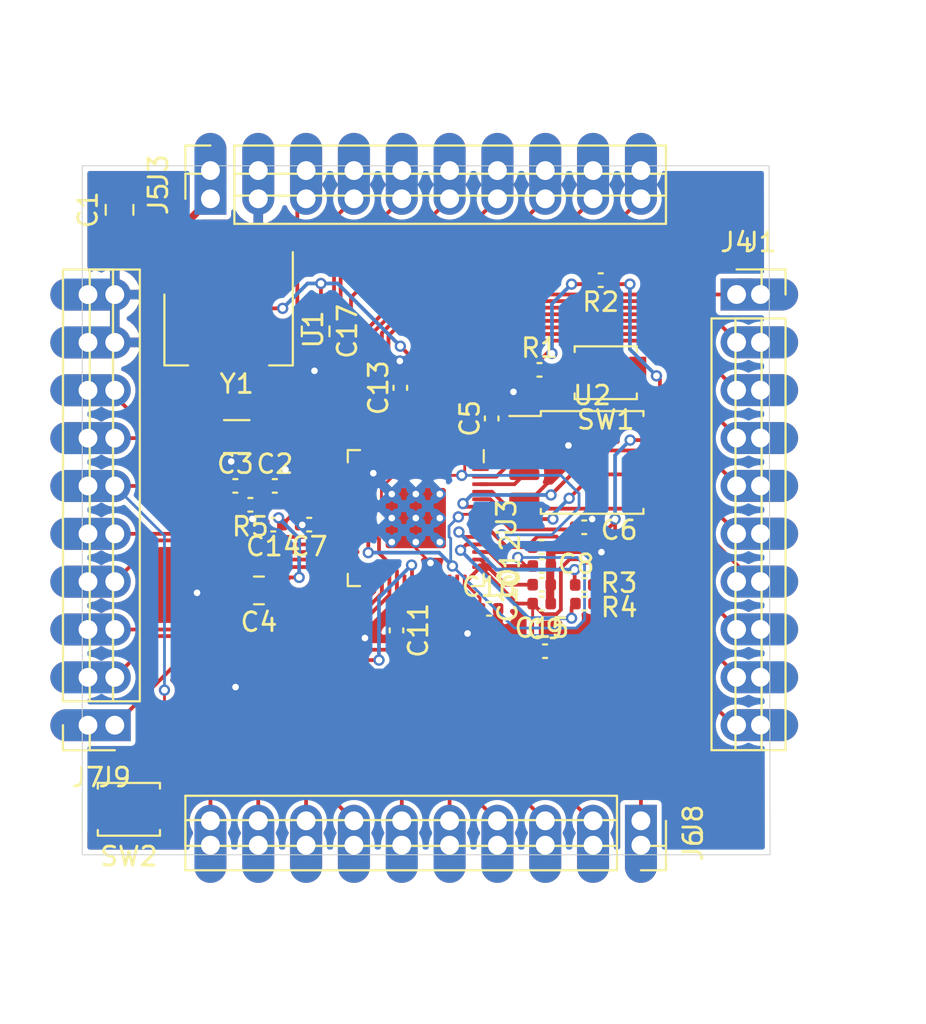
<source format=kicad_pcb>
(kicad_pcb (version 20171130) (host pcbnew "(5.1.9-0-10_14)")
  (title_block (title "RP2040 Minimal Design Example") (date 2020-07-13) (rev REV1) (company "Raspberry Pi (Trading) Ltd"))
  (layers (0 F.Cu signal) (31 B.Cu signal) (34 B.Paste user) (35 F.Paste user) (36 B.SilkS user) (37 F.SilkS user) (38 B.Mask user) (39 F.Mask user) (44 Edge.Cuts user))
  (net 0 "")
  (net 1 GND)
  (net 2 VBUS)
  (net 3 /XIN)
  (net 4 /XOUT)
  (net 5 +3V3)
  (net 6 +1V1)
  (net 7 /~USB_BOOT)
  (net 8 /GPIO15)
  (net 9 /GPIO14)
  (net 10 /GPIO13)
  (net 11 /GPIO12)
  (net 12 /GPIO11)
  (net 13 /GPIO10)
  (net 14 /GPIO9)
  (net 15 /GPIO8)
  (net 16 /GPIO7)
  (net 17 /GPIO6)
  (net 18 /GPIO5)
  (net 19 /GPIO4)
  (net 20 /GPIO3)
  (net 21 /GPIO2)
  (net 22 /GPIO1)
  (net 23 /GPIO0)
  (net 24 /GPIO29_ADC3)
  (net 25 /GPIO28_ADC2)
  (net 26 /GPIO27_ADC1)
  (net 27 /GPIO26_ADC0)
  (net 28 /GPIO25)
  (net 29 /GPIO24)
  (net 30 /GPIO23)
  (net 31 /GPIO22)
  (net 32 /GPIO21)
  (net 33 /GPIO20)
  (net 34 /GPIO19)
  (net 35 /GPIO18)
  (net 36 /GPIO17)
  (net 37 /GPIO16)
  (net 38 /RUN)
  (net 39 /SWD)
  (net 40 /SWCLK)
  (net 41 /QSPI_SS)
  (net 42 "Net-(R3-Pad2)")
  (net 43 "Net-(R4-Pad2)")
  (net 44 /QSPI_SD3)
  (net 45 /QSPI_SCLK)
  (net 46 /QSPI_SD0)
  (net 47 /QSPI_SD2)
  (net 48 /QSPI_SD1)
  (net 49 /USB_D+)
  (net 50 /USB_D-)
  (net 51 "Net-(C3-Pad1)")
  (module Connector_PinSocket_2.54mm:PinSocket_1x10_P2.54mm_Vertical (layer F.Cu) (at 81.0516 90.94688 180)
    (fp_text reference J7 (at 0 -2.77) (layer F.SilkS))
    (fp_text value Conn_01x10)
    (pad 10 thru_hole oval (at 0 22.86 180) (size 4 1.7) (drill 1) (layers *.Cu *.Mask) (net 1 GND))
    (pad 9 thru_hole oval (at 0 20.32 180) (size 4 1.7) (drill 1) (layers *.Cu *.Mask) (net 1 GND))
    (pad 8 thru_hole oval (at 0 17.78 180) (size 4 1.7) (drill 1) (layers *.Cu *.Mask) (net 40 /SWCLK))
    (pad 7 thru_hole oval (at 0 15.24 180) (size 4 1.7) (drill 1) (layers *.Cu *.Mask) (net 39 /SWD))
    (pad 6 thru_hole oval (at 0 12.7 180) (size 4 1.7) (drill 1) (layers *.Cu *.Mask) (net 38 /RUN))
    (pad 5 thru_hole oval (at 0 10.16 180) (size 4 1.7) (drill 1) (layers *.Cu *.Mask) (net 37 /GPIO16))
    (pad 4 thru_hole oval (at 0 7.62 180) (size 4 1.7) (drill 1) (layers *.Cu *.Mask) (net 36 /GPIO17))
    (pad 3 thru_hole oval (at 0 5.08 180) (size 4 1.7) (drill 1) (layers *.Cu *.Mask) (net 35 /GPIO18))
    (pad 2 thru_hole oval (at 0 2.54 180) (size 4 1.7) (drill 1) (layers *.Cu *.Mask) (net 34 /GPIO19))
    (pad 1 thru_hole oval (at 0 0 180) (size 4 1.7) (drill 1) (layers *.Cu *.Mask) (net 33 /GPIO20))
  )
  (module Connector_PinSocket_2.54mm:PinSocket_1x10_P2.54mm_Vertical (layer F.Cu) (at 110.414 97.3172 270)
    (fp_text reference J6 (at 0 -2.77 90) (layer F.SilkS))
    (fp_text value Conn_01x10)
    (pad 10 thru_hole oval (at 0 22.86 270) (size 4 1.7) (drill 1) (layers *.Cu *.Mask) (net 32 /GPIO21))
    (pad 9 thru_hole oval (at 0 20.32 270) (size 4 1.7) (drill 1) (layers *.Cu *.Mask) (net 31 /GPIO22))
    (pad 8 thru_hole oval (at 0 17.78 270) (size 4 1.7) (drill 1) (layers *.Cu *.Mask) (net 30 /GPIO23))
    (pad 7 thru_hole oval (at 0 15.24 270) (size 4 1.7) (drill 1) (layers *.Cu *.Mask) (net 29 /GPIO24))
    (pad 6 thru_hole oval (at 0 12.7 270) (size 4 1.7) (drill 1) (layers *.Cu *.Mask) (net 28 /GPIO25))
    (pad 5 thru_hole oval (at 0 10.16 270) (size 4 1.7) (drill 1) (layers *.Cu *.Mask) (net 27 /GPIO26_ADC0))
    (pad 4 thru_hole oval (at 0 7.62 270) (size 4 1.7) (drill 1) (layers *.Cu *.Mask) (net 26 /GPIO27_ADC1))
    (pad 3 thru_hole oval (at 0 5.08 270) (size 4 1.7) (drill 1) (layers *.Cu *.Mask) (net 25 /GPIO28_ADC2))
    (pad 2 thru_hole oval (at 0 2.54 270) (size 4 1.7) (drill 1) (layers *.Cu *.Mask) (net 24 /GPIO29_ADC3))
    (pad 1 thru_hole oval (at 0 0 270) (size 4 1.7) (drill 1) (layers *.Cu *.Mask) (net 50 /USB_D-))
  )
  (module Connector_PinSocket_2.54mm:PinSocket_1x10_P2.54mm_Vertical (layer F.Cu) (at 116.764 68.0818)
    (fp_text reference J1 (at 0 -2.77) (layer F.SilkS))
    (fp_text value Conn_01x10)
    (pad 10 thru_hole oval (at 0 22.86) (size 4 1.7) (drill 1) (layers *.Cu *.Mask) (net 49 /USB_D+))
    (pad 9 thru_hole oval (at 0 20.32) (size 4 1.7) (drill 1) (layers *.Cu *.Mask) (net 5 +3V3))
    (pad 8 thru_hole oval (at 0 17.78) (size 4 1.7) (drill 1) (layers *.Cu *.Mask) (net 23 /GPIO0))
    (pad 7 thru_hole oval (at 0 15.24) (size 4 1.7) (drill 1) (layers *.Cu *.Mask) (net 22 /GPIO1))
    (pad 6 thru_hole oval (at 0 12.7) (size 4 1.7) (drill 1) (layers *.Cu *.Mask) (net 21 /GPIO2))
    (pad 5 thru_hole oval (at 0 10.16) (size 4 1.7) (drill 1) (layers *.Cu *.Mask) (net 20 /GPIO3))
    (pad 4 thru_hole oval (at 0 7.62) (size 4 1.7) (drill 1) (layers *.Cu *.Mask) (net 19 /GPIO4))
    (pad 3 thru_hole oval (at 0 5.08) (size 4 1.7) (drill 1) (layers *.Cu *.Mask) (net 18 /GPIO5))
    (pad 2 thru_hole oval (at 0 2.54) (size 4 1.7) (drill 1) (layers *.Cu *.Mask) (net 17 /GPIO6))
    (pad 1 thru_hole oval (at 0 0) (size 4 1.7) (drill 1) (layers *.Cu *.Mask) (net 16 /GPIO7))
  )
  (module Connector_PinSocket_2.54mm:PinSocket_1x10_P2.54mm_Vertical (layer F.Cu) (at 87.554 61.5032 90)
    (fp_text reference J3 (at 0 -2.77 90) (layer F.SilkS))
    (fp_text value Conn_01x10)
    (pad 10 thru_hole oval (at 0 22.86 90) (size 4 1.7) (drill 1) (layers *.Cu *.Mask) (net 15 /GPIO8))
    (pad 9 thru_hole oval (at 0 20.32 90) (size 4 1.7) (drill 1) (layers *.Cu *.Mask) (net 14 /GPIO9))
    (pad 8 thru_hole oval (at 0 17.78 90) (size 4 1.7) (drill 1) (layers *.Cu *.Mask) (net 13 /GPIO10))
    (pad 7 thru_hole oval (at 0 15.24 90) (size 4 1.7) (drill 1) (layers *.Cu *.Mask) (net 12 /GPIO11))
    (pad 6 thru_hole oval (at 0 12.7 90) (size 4 1.7) (drill 1) (layers *.Cu *.Mask) (net 11 /GPIO12))
    (pad 5 thru_hole oval (at 0 10.16 90) (size 4 1.7) (drill 1) (layers *.Cu *.Mask) (net 10 /GPIO13))
    (pad 4 thru_hole oval (at 0 7.62 90) (size 4 1.7) (drill 1) (layers *.Cu *.Mask) (net 9 /GPIO14))
    (pad 3 thru_hole oval (at 0 5.08 90) (size 4 1.7) (drill 1) (layers *.Cu *.Mask) (net 8 /GPIO15))
    (pad 2 thru_hole oval (at 0 2.54 90) (size 4 1.7) (drill 1) (layers *.Cu *.Mask) (net 1 GND))
    (pad 1 thru_hole oval (at 0 0 90) (size 4 1.7) (drill 1) (layers *.Cu *.Mask) (net 2 VBUS))
  )
  (module Connector_PinSocket_2.54mm:PinSocket_1x10_P2.54mm_Vertical (layer F.Cu) (at 115.494 68.0818)
    (fp_text reference J4 (at 0 -2.77) (layer F.SilkS))
    (fp_text value Conn_01x10)
    (pad 10 thru_hole oval (at 0 22.86) (size 1.7 1.7) (drill 1) (layers *.Cu *.Mask) (net 49 /USB_D+))
    (pad 9 thru_hole oval (at 0 20.32) (size 1.7 1.7) (drill 1) (layers *.Cu *.Mask) (net 5 +3V3))
    (pad 8 thru_hole oval (at 0 17.78) (size 1.7 1.7) (drill 1) (layers *.Cu *.Mask) (net 23 /GPIO0))
    (pad 7 thru_hole oval (at 0 15.24) (size 1.7 1.7) (drill 1) (layers *.Cu *.Mask) (net 22 /GPIO1))
    (pad 6 thru_hole oval (at 0 12.7) (size 1.7 1.7) (drill 1) (layers *.Cu *.Mask) (net 21 /GPIO2))
    (pad 5 thru_hole oval (at 0 10.16) (size 1.7 1.7) (drill 1) (layers *.Cu *.Mask) (net 20 /GPIO3))
    (pad 4 thru_hole oval (at 0 7.62) (size 1.7 1.7) (drill 1) (layers *.Cu *.Mask) (net 19 /GPIO4))
    (pad 3 thru_hole oval (at 0 5.08) (size 1.7 1.7) (drill 1) (layers *.Cu *.Mask) (net 18 /GPIO5))
    (pad 2 thru_hole oval (at 0 2.54) (size 1.7 1.7) (drill 1) (layers *.Cu *.Mask) (net 17 /GPIO6))
    (pad 1 thru_hole rect (at 0 0) (size 1.7 1.7) (drill 1) (layers *.Cu *.Mask) (net 16 /GPIO7))
  )
  (module Connector_PinSocket_2.54mm:PinSocket_1x10_P2.54mm_Vertical (layer F.Cu) (at 110.414 96.0218 270)
    (fp_text reference J8 (at 0 -2.77 90) (layer F.SilkS))
    (fp_text value Conn_01x10)
    (pad 10 thru_hole oval (at 0 22.86 270) (size 1.7 1.7) (drill 1) (layers *.Cu *.Mask) (net 32 /GPIO21))
    (pad 9 thru_hole oval (at 0 20.32 270) (size 1.7 1.7) (drill 1) (layers *.Cu *.Mask) (net 31 /GPIO22))
    (pad 8 thru_hole oval (at 0 17.78 270) (size 1.7 1.7) (drill 1) (layers *.Cu *.Mask) (net 30 /GPIO23))
    (pad 7 thru_hole oval (at 0 15.24 270) (size 1.7 1.7) (drill 1) (layers *.Cu *.Mask) (net 29 /GPIO24))
    (pad 6 thru_hole oval (at 0 12.7 270) (size 1.7 1.7) (drill 1) (layers *.Cu *.Mask) (net 28 /GPIO25))
    (pad 5 thru_hole oval (at 0 10.16 270) (size 1.7 1.7) (drill 1) (layers *.Cu *.Mask) (net 27 /GPIO26_ADC0))
    (pad 4 thru_hole oval (at 0 7.62 270) (size 1.7 1.7) (drill 1) (layers *.Cu *.Mask) (net 26 /GPIO27_ADC1))
    (pad 3 thru_hole oval (at 0 5.08 270) (size 1.7 1.7) (drill 1) (layers *.Cu *.Mask) (net 25 /GPIO28_ADC2))
    (pad 2 thru_hole oval (at 0 2.54 270) (size 1.7 1.7) (drill 1) (layers *.Cu *.Mask) (net 24 /GPIO29_ADC3))
    (pad 1 thru_hole rect (at 0 0 270) (size 1.7 1.7) (drill 1) (layers *.Cu *.Mask) (net 50 /USB_D-))
  )
  (module Crystal:Crystal_SMD_3215-2Pin_3.2x1.5mm (layer F.Cu) (at 88.951 75.6256)
    (fp_text reference Y1 (at 0 -2.8) (layer F.SilkS))
    (fp_text value ABLS-12.000MHZ-B4-T)
    (pad 2 smd rect (at -1.25 0) (size 1 1.8) (layers F.Cu F.Paste F.Mask) (net 51 "Net-(C3-Pad1)"))
    (pad 1 smd rect (at 1.25 0) (size 1 1.8) (layers F.Cu F.Paste F.Mask) (net 3 /XIN))
  )
  (module Button_Switch_SMD:SW_SPST_B3U-1000P (layer F.Cu) (at 83.2233 95.4122 180)
    (fp_text reference SW2 (at 0 -2.5) (layer F.SilkS))
    (fp_text value SW_Push)
    (pad 2 smd rect (at 1.7 0 180) (size 0.9 1.7) (layers F.Cu F.Paste F.Mask) (net 38 /RUN))
    (pad 1 smd rect (at -1.7 0 180) (size 0.9 1.7) (layers F.Cu F.Paste F.Mask) (net 1 GND))
  )
  (module Button_Switch_SMD:SW_SPST_B3U-1000P (layer F.Cu) (at 108.5471 72.2347 180)
    (fp_text reference SW1 (at 0 -2.5) (layer F.SilkS))
    (fp_text value SW_Push)
    (pad 2 smd rect (at 1.7 0 180) (size 0.9 1.7) (layers F.Cu F.Paste F.Mask) (net 7 /~USB_BOOT))
    (pad 1 smd rect (at -1.7 0 180) (size 0.9 1.7) (layers F.Cu F.Paste F.Mask) (net 1 GND))
  )
  (module RP2040_minimal:RP2040-QFN-56 (layer F.Cu) (at 98.45818 79.95126 270)
    (fp_text reference U3 (at 0 -4.82 90) (layer F.SilkS))
    (fp_text value RP2040)
    (pad 56 smd roundrect (at -2.6 -3.4375 270) (size 0.2 0.875) (layers F.Cu F.Paste F.Mask) (net 41 /QSPI_SS))
    (pad 55 smd roundrect (at -2.2 -3.4375 270) (size 0.2 0.875) (layers F.Cu F.Paste F.Mask) (net 48 /QSPI_SD1))
    (pad 54 smd roundrect (at -1.8 -3.4375 270) (size 0.2 0.875) (layers F.Cu F.Paste F.Mask) (net 47 /QSPI_SD2))
    (pad 53 smd roundrect (at -1.4 -3.4375 270) (size 0.2 0.875) (layers F.Cu F.Paste F.Mask) (net 46 /QSPI_SD0))
    (pad 52 smd roundrect (at -1 -3.4375 270) (size 0.2 0.875) (layers F.Cu F.Paste F.Mask) (net 45 /QSPI_SCLK))
    (pad 51 smd roundrect (at -0.6 -3.4375 270) (size 0.2 0.875) (layers F.Cu F.Paste F.Mask) (net 44 /QSPI_SD3))
    (pad 50 smd roundrect (at -0.2 -3.4375 270) (size 0.2 0.875) (layers F.Cu F.Paste F.Mask) (net 6 +1V1))
    (pad 49 smd roundrect (at 0.2 -3.4375 270) (size 0.2 0.875) (layers F.Cu F.Paste F.Mask) (net 5 +3V3))
    (pad 48 smd roundrect (at 0.6 -3.4375 270) (size 0.2 0.875) (layers F.Cu F.Paste F.Mask) (net 5 +3V3))
    (pad 47 smd roundrect (at 1 -3.4375 270) (size 0.2 0.875) (layers F.Cu F.Paste F.Mask) (net 42 "Net-(R3-Pad2)"))
    (pad 46 smd roundrect (at 1.4 -3.4375 270) (size 0.2 0.875) (layers F.Cu F.Paste F.Mask) (net 43 "Net-(R4-Pad2)"))
    (pad 45 smd roundrect (at 1.8 -3.4375 270) (size 0.2 0.875) (layers F.Cu F.Paste F.Mask) (net 6 +1V1))
    (pad 44 smd roundrect (at 2.2 -3.4375 270) (size 0.2 0.875) (layers F.Cu F.Paste F.Mask) (net 5 +3V3))
    (pad 43 smd roundrect (at 2.6 -3.4375 270) (size 0.2 0.875) (layers F.Cu F.Paste F.Mask) (net 5 +3V3))
    (pad 42 smd roundrect (at 3.4375 -2.6 270) (size 0.875 0.2) (layers F.Cu F.Paste F.Mask) (net 5 +3V3))
    (pad 41 smd roundrect (at 3.4375 -2.2 270) (size 0.875 0.2) (layers F.Cu F.Paste F.Mask) (net 24 /GPIO29_ADC3))
    (pad 40 smd roundrect (at 3.4375 -1.8 270) (size 0.875 0.2) (layers F.Cu F.Paste F.Mask) (net 25 /GPIO28_ADC2))
    (pad 39 smd roundrect (at 3.4375 -1.4 270) (size 0.875 0.2) (layers F.Cu F.Paste F.Mask) (net 26 /GPIO27_ADC1))
    (pad 38 smd roundrect (at 3.4375 -1 270) (size 0.875 0.2) (layers F.Cu F.Paste F.Mask) (net 27 /GPIO26_ADC0))
    (pad 37 smd roundrect (at 3.4375 -0.6 270) (size 0.875 0.2) (layers F.Cu F.Paste F.Mask) (net 28 /GPIO25))
    (pad 36 smd roundrect (at 3.4375 -0.2 270) (size 0.875 0.2) (layers F.Cu F.Paste F.Mask) (net 29 /GPIO24))
    (pad 35 smd roundrect (at 3.4375 0.2 270) (size 0.875 0.2) (layers F.Cu F.Paste F.Mask) (net 30 /GPIO23))
    (pad 34 smd roundrect (at 3.4375 0.6 270) (size 0.875 0.2) (layers F.Cu F.Paste F.Mask) (net 31 /GPIO22))
    (pad 33 smd roundrect (at 3.4375 1 270) (size 0.875 0.2) (layers F.Cu F.Paste F.Mask) (net 5 +3V3))
    (pad 32 smd roundrect (at 3.4375 1.4 270) (size 0.875 0.2) (layers F.Cu F.Paste F.Mask) (net 32 /GPIO21))
    (pad 31 smd roundrect (at 3.4375 1.8 270) (size 0.875 0.2) (layers F.Cu F.Paste F.Mask) (net 33 /GPIO20))
    (pad 30 smd roundrect (at 3.4375 2.2 270) (size 0.875 0.2) (layers F.Cu F.Paste F.Mask) (net 34 /GPIO19))
    (pad 29 smd roundrect (at 3.4375 2.6 270) (size 0.875 0.2) (layers F.Cu F.Paste F.Mask) (net 35 /GPIO18))
    (pad 28 smd roundrect (at 2.6 3.4375 270) (size 0.2 0.875) (layers F.Cu F.Paste F.Mask) (net 36 /GPIO17))
    (pad 27 smd roundrect (at 2.2 3.4375 270) (size 0.2 0.875) (layers F.Cu F.Paste F.Mask) (net 37 /GPIO16))
    (pad 26 smd roundrect (at 1.8 3.4375 270) (size 0.2 0.875) (layers F.Cu F.Paste F.Mask) (net 38 /RUN))
    (pad 25 smd roundrect (at 1.4 3.4375 270) (size 0.2 0.875) (layers F.Cu F.Paste F.Mask) (net 39 /SWD))
    (pad 24 smd roundrect (at 1 3.4375 270) (size 0.2 0.875) (layers F.Cu F.Paste F.Mask) (net 40 /SWCLK))
    (pad 23 smd roundrect (at 0.6 3.4375 270) (size 0.2 0.875) (layers F.Cu F.Paste F.Mask) (net 6 +1V1))
    (pad 22 smd roundrect (at 0.2 3.4375 270) (size 0.2 0.875) (layers F.Cu F.Paste F.Mask) (net 5 +3V3))
    (pad 21 smd roundrect (at -0.2 3.4375 270) (size 0.2 0.875) (layers F.Cu F.Paste F.Mask) (net 4 /XOUT))
    (pad 20 smd roundrect (at -0.6 3.4375 270) (size 0.2 0.875) (layers F.Cu F.Paste F.Mask) (net 3 /XIN))
    (pad 19 smd roundrect (at -1 3.4375 270) (size 0.2 0.875) (layers F.Cu F.Paste F.Mask) (net 1 GND))
    (pad 18 smd roundrect (at -1.4 3.4375 270) (size 0.2 0.875) (layers F.Cu F.Paste F.Mask) (net 8 /GPIO15))
    (pad 17 smd roundrect (at -1.8 3.4375 270) (size 0.2 0.875) (layers F.Cu F.Paste F.Mask) (net 9 /GPIO14))
    (pad 16 smd roundrect (at -2.2 3.4375 270) (size 0.2 0.875) (layers F.Cu F.Paste F.Mask) (net 10 /GPIO13))
    (pad 15 smd roundrect (at -2.6 3.4375 270) (size 0.2 0.875) (layers F.Cu F.Paste F.Mask) (net 11 /GPIO12))
    (pad 14 smd roundrect (at -3.4375 2.6 270) (size 0.875 0.2) (layers F.Cu F.Paste F.Mask) (net 12 /GPIO11))
    (pad 13 smd roundrect (at -3.4375 2.2 270) (size 0.875 0.2) (layers F.Cu F.Paste F.Mask) (net 13 /GPIO10))
    (pad 12 smd roundrect (at -3.4375 1.8 270) (size 0.875 0.2) (layers F.Cu F.Paste F.Mask) (net 14 /GPIO9))
    (pad 11 smd roundrect (at -3.4375 1.4 270) (size 0.875 0.2) (layers F.Cu F.Paste F.Mask) (net 15 /GPIO8))
    (pad 10 smd roundrect (at -3.4375 1 270) (size 0.875 0.2) (layers F.Cu F.Paste F.Mask) (net 5 +3V3))
    (pad 9 smd roundrect (at -3.4375 0.6 270) (size 0.875 0.2) (layers F.Cu F.Paste F.Mask) (net 16 /GPIO7))
    (pad 8 smd roundrect (at -3.4375 0.2 270) (size 0.875 0.2) (layers F.Cu F.Paste F.Mask) (net 17 /GPIO6))
    (pad 7 smd roundrect (at -3.4375 -0.2 270) (size 0.875 0.2) (layers F.Cu F.Paste F.Mask) (net 18 /GPIO5))
    (pad 6 smd roundrect (at -3.4375 -0.6 270) (size 0.875 0.2) (layers F.Cu F.Paste F.Mask) (net 19 /GPIO4))
    (pad 5 smd roundrect (at -3.4375 -1 270) (size 0.875 0.2) (layers F.Cu F.Paste F.Mask) (net 20 /GPIO3))
    (pad 4 smd roundrect (at -3.4375 -1.4 270) (size 0.875 0.2) (layers F.Cu F.Paste F.Mask) (net 21 /GPIO2))
    (pad 3 smd roundrect (at -3.4375 -1.8 270) (size 0.875 0.2) (layers F.Cu F.Paste F.Mask) (net 22 /GPIO1))
    (pad 2 smd roundrect (at -3.4375 -2.2 270) (size 0.875 0.2) (layers F.Cu F.Paste F.Mask) (net 23 /GPIO0))
    (pad 1 smd roundrect (at -3.4375 -2.6 270) (size 0.875 0.2) (layers F.Cu F.Paste F.Mask) (net 5 +3V3))
    (pad 57 thru_hole circle (at 1.275 1.275 270) (size 0.6 0.6) (drill 0.35) (layers *.Cu) (net 1 GND))
    (pad 57 thru_hole circle (at 0 1.275 270) (size 0.6 0.6) (drill 0.35) (layers *.Cu) (net 1 GND))
    (pad 57 thru_hole circle (at -1.275 1.275 270) (size 0.6 0.6) (drill 0.35) (layers *.Cu) (net 1 GND))
    (pad 57 thru_hole circle (at 1.275 0 270) (size 0.6 0.6) (drill 0.35) (layers *.Cu) (net 1 GND))
    (pad 57 thru_hole circle (at 0 0 270) (size 0.6 0.6) (drill 0.35) (layers *.Cu) (net 1 GND))
    (pad 57 thru_hole circle (at -1.275 0 270) (size 0.6 0.6) (drill 0.35) (layers *.Cu) (net 1 GND))
    (pad 57 thru_hole circle (at 1.275 -1.275 270) (size 0.6 0.6) (drill 0.35) (layers *.Cu) (net 1 GND))
    (pad 57 thru_hole circle (at 0 -1.275 270) (size 0.6 0.6) (drill 0.35) (layers *.Cu) (net 1 GND))
    (pad 57 thru_hole circle (at -1.275 -1.275 270) (size 0.6 0.6) (drill 0.35) (layers *.Cu) (net 1 GND))
    (pad 57 smd roundrect (at 0 0 270) (size 3.2 3.2) (layers F.Cu F.Mask) (roundrect_rratio 0.045) (net 1 GND))
  )
  (module Package_SO:SOIC-8_5.23x5.23mm_P1.27mm (layer F.Cu) (at 107.8232 76.9972)
    (fp_text reference U2 (at 0 -3.56) (layer F.SilkS))
    (fp_text value W25Q128JVS)
    (pad 8 smd roundrect (at 3.6 -1.905) (size 1.6 0.6) (layers F.Cu F.Paste F.Mask) (net 5 +3V3))
    (pad 7 smd roundrect (at 3.6 -0.635) (size 1.6 0.6) (layers F.Cu F.Paste F.Mask) (net 44 /QSPI_SD3))
    (pad 6 smd roundrect (at 3.6 0.635) (size 1.6 0.6) (layers F.Cu F.Paste F.Mask) (net 45 /QSPI_SCLK))
    (pad 5 smd roundrect (at 3.6 1.905) (size 1.6 0.6) (layers F.Cu F.Paste F.Mask) (net 46 /QSPI_SD0))
    (pad 4 smd roundrect (at -3.6 1.905) (size 1.6 0.6) (layers F.Cu F.Paste F.Mask) (net 1 GND))
    (pad 3 smd roundrect (at -3.6 0.635) (size 1.6 0.6) (layers F.Cu F.Paste F.Mask) (net 47 /QSPI_SD2))
    (pad 2 smd roundrect (at -3.6 -0.635) (size 1.6 0.6) (layers F.Cu F.Paste F.Mask) (net 48 /QSPI_SD1))
    (pad 1 smd roundrect (at -3.6 -1.905) (size 1.6 0.6) (layers F.Cu F.Paste F.Mask) (net 41 /QSPI_SS))
  )
  (module Package_TO_SOT_SMD:SOT-223-3_TabPin2 (layer F.Cu) (at 88.5192 69.936 270)
    (fp_text reference U1 (at 0 -4.5 90) (layer F.SilkS))
    (fp_text value NCP1117-3.3_SOT223)
    (pad 1 smd rect (at -3.15 -2.3 270) (size 2 1.5) (layers F.Cu F.Paste F.Mask) (net 1 GND))
    (pad 3 smd rect (at -3.15 2.3 270) (size 2 1.5) (layers F.Cu F.Paste F.Mask) (net 2 VBUS))
    (pad 2 smd rect (at -3.15 0 270) (size 2 1.5) (layers F.Cu F.Paste F.Mask) (net 5 +3V3))
    (pad 2 smd rect (at 3.15 0 270) (size 2 3.8) (layers F.Cu F.Paste F.Mask) (net 5 +3V3))
  )
  (module Capacitor_SMD:C_0402_1005Metric (layer F.Cu) (at 89.6749 79.2451 180)
    (fp_text reference R5 (at 0 -1.16) (layer F.SilkS))
    (fp_text value 1k)
    (pad 2 smd roundrect (at 0.48 0 180) (size 0.56 0.62) (layers F.Cu F.Paste F.Mask) (net 51 "Net-(C3-Pad1)"))
    (pad 1 smd roundrect (at -0.48 0 180) (size 0.56 0.62) (layers F.Cu F.Paste F.Mask) (net 4 /XOUT))
  )
  (module Capacitor_SMD:C_0402_1005Metric (layer F.Cu) (at 107.4168 84.4902 180)
    (fp_text reference R4 (at -1.8415 -0.2032) (layer F.SilkS))
    (fp_text value 27)
    (pad 2 smd roundrect (at 0.48 0 180) (size 0.56 0.62) (layers F.Cu F.Paste F.Mask) (net 43 "Net-(R4-Pad2)"))
    (pad 1 smd roundrect (at -0.48 0 180) (size 0.56 0.62) (layers F.Cu F.Paste F.Mask) (net 50 /USB_D-))
  )
  (module Capacitor_SMD:C_0402_1005Metric (layer F.Cu) (at 107.4041 83.4996 180)
    (fp_text reference R3 (at -1.8415 0.1016) (layer F.SilkS))
    (fp_text value 27)
    (pad 2 smd roundrect (at 0.48 0 180) (size 0.56 0.62) (layers F.Cu F.Paste F.Mask) (net 42 "Net-(R3-Pad2)"))
    (pad 1 smd roundrect (at -0.48 0 180) (size 0.56 0.62) (layers F.Cu F.Paste F.Mask) (net 49 /USB_D+))
  )
  (module Capacitor_SMD:C_0402_1005Metric (layer F.Cu) (at 108.2804 67.3198 180)
    (fp_text reference R2 (at 0 -1.16) (layer F.SilkS))
    (fp_text value DNF)
    (pad 2 smd roundrect (at 0.48 0 180) (size 0.56 0.62) (layers F.Cu F.Paste F.Mask) (net 41 /QSPI_SS))
    (pad 1 smd roundrect (at -0.48 0 180) (size 0.56 0.62) (layers F.Cu F.Paste F.Mask) (net 5 +3V3))
  )
  (module Capacitor_SMD:C_0402_1005Metric (layer F.Cu) (at 105.0292 72.0823)
    (fp_text reference R1 (at 0 -1.16) (layer F.SilkS))
    (fp_text value 1k)
    (pad 2 smd roundrect (at 0.48 0) (size 0.56 0.62) (layers F.Cu F.Paste F.Mask) (net 7 /~USB_BOOT))
    (pad 1 smd roundrect (at -0.48 0) (size 0.56 0.62) (layers F.Cu F.Paste F.Mask) (net 41 /QSPI_SS))
  )
  (module Connector_PinSocket_2.54mm:PinSocket_1x10_P2.54mm_Vertical (layer F.Cu) (at 82.474 90.94688 180)
    (fp_text reference J9 (at 0 -2.77) (layer F.SilkS))
    (fp_text value Conn_01x10)
    (pad 10 thru_hole oval (at 0 22.86 180) (size 1.7 1.7) (drill 1) (layers *.Cu *.Mask) (net 1 GND))
    (pad 9 thru_hole oval (at 0 20.32 180) (size 1.7 1.7) (drill 1) (layers *.Cu *.Mask) (net 1 GND))
    (pad 8 thru_hole oval (at 0 17.78 180) (size 1.7 1.7) (drill 1) (layers *.Cu *.Mask) (net 40 /SWCLK))
    (pad 7 thru_hole oval (at 0 15.24 180) (size 1.7 1.7) (drill 1) (layers *.Cu *.Mask) (net 39 /SWD))
    (pad 6 thru_hole oval (at 0 12.7 180) (size 1.7 1.7) (drill 1) (layers *.Cu *.Mask) (net 38 /RUN))
    (pad 5 thru_hole oval (at 0 10.16 180) (size 1.7 1.7) (drill 1) (layers *.Cu *.Mask) (net 37 /GPIO16))
    (pad 4 thru_hole oval (at 0 7.62 180) (size 1.7 1.7) (drill 1) (layers *.Cu *.Mask) (net 36 /GPIO17))
    (pad 3 thru_hole oval (at 0 5.08 180) (size 1.7 1.7) (drill 1) (layers *.Cu *.Mask) (net 35 /GPIO18))
    (pad 2 thru_hole oval (at 0 2.54 180) (size 1.7 1.7) (drill 1) (layers *.Cu *.Mask) (net 34 /GPIO19))
    (pad 1 thru_hole rect (at 0 0 180) (size 1.7 1.7) (drill 1) (layers *.Cu *.Mask) (net 33 /GPIO20))
  )
  (module Connector_PinSocket_2.54mm:PinSocket_1x10_P2.54mm_Vertical (layer F.Cu) (at 87.554 63.0018 90)
    (fp_text reference J5 (at 0 -2.77 90) (layer F.SilkS))
    (fp_text value Conn_01x10)
    (pad 10 thru_hole oval (at 0 22.86 90) (size 1.7 1.7) (drill 1) (layers *.Cu *.Mask) (net 15 /GPIO8))
    (pad 9 thru_hole oval (at 0 20.32 90) (size 1.7 1.7) (drill 1) (layers *.Cu *.Mask) (net 14 /GPIO9))
    (pad 8 thru_hole oval (at 0 17.78 90) (size 1.7 1.7) (drill 1) (layers *.Cu *.Mask) (net 13 /GPIO10))
    (pad 7 thru_hole oval (at 0 15.24 90) (size 1.7 1.7) (drill 1) (layers *.Cu *.Mask) (net 12 /GPIO11))
    (pad 6 thru_hole oval (at 0 12.7 90) (size 1.7 1.7) (drill 1) (layers *.Cu *.Mask) (net 11 /GPIO12))
    (pad 5 thru_hole oval (at 0 10.16 90) (size 1.7 1.7) (drill 1) (layers *.Cu *.Mask) (net 10 /GPIO13))
    (pad 4 thru_hole oval (at 0 7.62 90) (size 1.7 1.7) (drill 1) (layers *.Cu *.Mask) (net 9 /GPIO14))
    (pad 3 thru_hole oval (at 0 5.08 90) (size 1.7 1.7) (drill 1) (layers *.Cu *.Mask) (net 8 /GPIO15))
    (pad 2 thru_hole oval (at 0 2.54 90) (size 1.7 1.7) (drill 1) (layers *.Cu *.Mask) (net 1 GND))
    (pad 1 thru_hole rect (at 0 0 90) (size 1.7 1.7) (drill 1) (layers *.Cu *.Mask) (net 2 VBUS))
  )
  (module Capacitor_SMD:C_0805_2012Metric (layer F.Cu) (at 93.142 70.0376 270)
    (fp_text reference C17 (at 0 -1.68 90) (layer F.SilkS))
    (fp_text value 10u)
    (pad 2 smd roundrect (at 0.95 0 270) (size 1 1.45) (layers F.Cu F.Paste F.Mask) (net 1 GND))
    (pad 1 smd roundrect (at -0.95 0 270) (size 1 1.45) (layers F.Cu F.Paste F.Mask) (net 5 +3V3))
  )
  (module Capacitor_SMD:C_0402_1005Metric (layer F.Cu) (at 102.3495 84.7696)
    (fp_text reference C16 (at 0 -1.16) (layer F.SilkS))
    (fp_text value 100n)
    (pad 2 smd roundrect (at 0.48 0) (size 0.56 0.62) (layers F.Cu F.Paste F.Mask) (net 1 GND))
    (pad 1 smd roundrect (at -0.48 0) (size 0.56 0.62) (layers F.Cu F.Paste F.Mask) (net 5 +3V3))
  )
  (module Capacitor_SMD:C_0402_1005Metric (layer F.Cu) (at 105.1461 84.4902)
    (fp_text reference C15 (at 0.0101 1.2954) (layer F.SilkS))
    (fp_text value 100n)
    (pad 2 smd roundrect (at 0.48 0) (size 0.56 0.62) (layers F.Cu F.Paste F.Mask) (net 1 GND))
    (pad 1 smd roundrect (at -0.48 0) (size 0.56 0.62) (layers F.Cu F.Paste F.Mask) (net 5 +3V3))
  )
  (module Capacitor_SMD:C_0402_1005Metric (layer F.Cu) (at 90.8915 80.2992 180)
    (fp_text reference C14 (at 0 -1.16) (layer F.SilkS))
    (fp_text value 100n)
    (pad 2 smd roundrect (at 0.48 0 180) (size 0.56 0.62) (layers F.Cu F.Paste F.Mask) (net 1 GND))
    (pad 1 smd roundrect (at -0.48 0 180) (size 0.56 0.62) (layers F.Cu F.Paste F.Mask) (net 5 +3V3))
  )
  (module Capacitor_SMD:C_0402_1005Metric (layer F.Cu) (at 97.6378 73.0348 90)
    (fp_text reference C13 (at 0 -1.16 90) (layer F.SilkS))
    (fp_text value 100n)
    (pad 2 smd roundrect (at 0.48 0 90) (size 0.56 0.62) (layers F.Cu F.Paste F.Mask) (net 1 GND))
    (pad 1 smd roundrect (at -0.48 0 90) (size 0.56 0.62) (layers F.Cu F.Paste F.Mask) (net 5 +3V3))
  )
  (module Capacitor_SMD:C_0402_1005Metric (layer F.Cu) (at 105.1461 81.493)
    (fp_text reference C12 (at -1.679 0.7366 90) (layer F.SilkS))
    (fp_text value 100n)
    (pad 2 smd roundrect (at 0.48 0) (size 0.56 0.62) (layers F.Cu F.Paste F.Mask) (net 1 GND))
    (pad 1 smd roundrect (at -0.48 0) (size 0.56 0.62) (layers F.Cu F.Paste F.Mask) (net 5 +3V3))
  )
  (module Capacitor_SMD:C_0402_1005Metric (layer F.Cu) (at 97.4346 85.9126 270)
    (fp_text reference C11 (at 0 -1.16 90) (layer F.SilkS))
    (fp_text value 100n)
    (pad 2 smd roundrect (at 0.48 0 270) (size 0.56 0.62) (layers F.Cu F.Paste F.Mask) (net 1 GND))
    (pad 1 smd roundrect (at -0.48 0 270) (size 0.56 0.62) (layers F.Cu F.Paste F.Mask) (net 5 +3V3))
  )
  (module Capacitor_SMD:C_0402_1005Metric (layer F.Cu) (at 105.1461 83.4869)
    (fp_text reference C10 (at -1.806 0.5588 90) (layer F.SilkS))
    (fp_text value 1u)
    (pad 2 smd roundrect (at 0.48 0) (size 0.56 0.62) (layers F.Cu F.Paste F.Mask) (net 1 GND))
    (pad 1 smd roundrect (at -0.48 0) (size 0.56 0.62) (layers F.Cu F.Paste F.Mask) (net 5 +3V3))
  )
  (module Capacitor_SMD:C_0402_1005Metric (layer F.Cu) (at 105.3239 87.0175)
    (fp_text reference C9 (at 0 -1.16) (layer F.SilkS))
    (fp_text value 100n)
    (pad 2 smd roundrect (at 0.48 0) (size 0.56 0.62) (layers F.Cu F.Paste F.Mask) (net 1 GND))
    (pad 1 smd roundrect (at -0.48 0) (size 0.56 0.62) (layers F.Cu F.Paste F.Mask) (net 5 +3V3))
  )
  (module Capacitor_SMD:C_0402_1005Metric (layer F.Cu) (at 105.1536 82.4963)
    (fp_text reference C8 (at 1.8187 -0.1016) (layer F.SilkS))
    (fp_text value 1u)
    (pad 2 smd roundrect (at 0.48 0) (size 0.56 0.62) (layers F.Cu F.Paste F.Mask) (net 1 GND))
    (pad 1 smd roundrect (at -0.48 0) (size 0.56 0.62) (layers F.Cu F.Paste F.Mask) (net 6 +1V1))
  )
  (module Capacitor_SMD:C_0402_1005Metric (layer F.Cu) (at 92.7991 80.2992 180)
    (fp_text reference C7 (at 0 -1.16) (layer F.SilkS))
    (fp_text value 100n)
    (pad 2 smd roundrect (at 0.48 0 180) (size 0.56 0.62) (layers F.Cu F.Paste F.Mask) (net 1 GND))
    (pad 1 smd roundrect (at -0.48 0 180) (size 0.56 0.62) (layers F.Cu F.Paste F.Mask) (net 6 +1V1))
  )
  (module Capacitor_SMD:C_0402_1005Metric (layer F.Cu) (at 107.4041 80.4389)
    (fp_text reference C6 (at 1.8542 0.1524) (layer F.SilkS))
    (fp_text value 100n)
    (pad 2 smd roundrect (at 0.48 0) (size 0.56 0.62) (layers F.Cu F.Paste F.Mask) (net 1 GND))
    (pad 1 smd roundrect (at -0.48 0) (size 0.56 0.62) (layers F.Cu F.Paste F.Mask) (net 6 +1V1))
  )
  (module Capacitor_SMD:C_0402_1005Metric (layer F.Cu) (at 102.4892 74.663 90)
    (fp_text reference C5 (at 0 -1.16 90) (layer F.SilkS))
    (fp_text value 100n)
    (pad 2 smd roundrect (at 0.48 0 90) (size 0.56 0.62) (layers F.Cu F.Paste F.Mask) (net 1 GND))
    (pad 1 smd roundrect (at -0.48 0 90) (size 0.56 0.62) (layers F.Cu F.Paste F.Mask) (net 5 +3V3))
  )
  (module Capacitor_SMD:C_0805_2012Metric (layer F.Cu) (at 90.1296 83.7917 180)
    (fp_text reference C4 (at 0 -1.68) (layer F.SilkS))
    (fp_text value 10u)
    (pad 2 smd roundrect (at 0.95 0 180) (size 1 1.45) (layers F.Cu F.Paste F.Mask) (net 1 GND))
    (pad 1 smd roundrect (at -0.95 0 180) (size 1 1.45) (layers F.Cu F.Paste F.Mask) (net 5 +3V3))
  )
  (module Capacitor_SMD:C_0402_1005Metric (layer F.Cu) (at 88.8774 78.2418)
    (fp_text reference C3 (at 0 -1.16) (layer F.SilkS))
    (fp_text value 27p)
    (pad 2 smd roundrect (at 0.48 0) (size 0.56 0.62) (layers F.Cu F.Paste F.Mask) (net 1 GND))
    (pad 1 smd roundrect (at -0.48 0) (size 0.56 0.62) (layers F.Cu F.Paste F.Mask) (net 51 "Net-(C3-Pad1)"))
  )
  (module Capacitor_SMD:C_0402_1005Metric (layer F.Cu) (at 90.9729 78.2418)
    (fp_text reference C2 (at 0 -1.16) (layer F.SilkS))
    (fp_text value 27p)
    (pad 2 smd roundrect (at 0.48 0) (size 0.56 0.62) (layers F.Cu F.Paste F.Mask) (net 1 GND))
    (pad 1 smd roundrect (at -0.48 0) (size 0.56 0.62) (layers F.Cu F.Paste F.Mask) (net 3 /XIN))
  )
  (module Capacitor_SMD:C_0805_2012Metric (layer F.Cu) (at 82.728 63.586 90)
    (fp_text reference C1 (at 0 -1.68 90) (layer F.SilkS))
    (fp_text value 10u)
    (pad 2 smd roundrect (at 0.95 0 90) (size 1 1.45) (layers F.Cu F.Paste F.Mask) (net 1 GND))
    (pad 1 smd roundrect (at -0.95 0 90) (size 1 1.45) (layers F.Cu F.Paste F.Mask) (net 2 VBUS))
  )
  (gr_line (start 80.7468 61.2492) (end 85.7252 61.2492) (layer Edge.Cuts) (width 0.05))
  (gr_line (start 80.7468 97.8252) (end 80.7468 61.2492) (layer Edge.Cuts) (width 0.05))
  (gr_line (start 117.272 97.8252) (end 80.7468 97.8252) (layer Edge.Cuts) (width 0.05))
  (gr_line (start 117.2212 61.2492) (end 117.272 97.8252) (layer Edge.Cuts) (width 0.05))
  (gr_line (start 85.7252 61.2492) (end 117.2212 61.2492) (layer Edge.Cuts) (width 0.05))
  (via (at 89.775958 79.994942) (size 0.6) (drill 0.35) (layers F.Cu B.Cu) (net 1))
  (segment (start 90.080216 80.2992) (end 89.775958 79.994942) (width 0.2) (layer F.Cu) (net 1))
  (segment (start 90.4115 80.2992) (end 90.080216 80.2992) (width 0.2) (layer F.Cu) (net 1))
  (via (at 88.6589 76.9464) (size 0.6) (drill 0.35) (layers F.Cu B.Cu) (net 1))
  (segment (start 89.3574 77.6449) (end 88.6589 76.9464) (width 0.2) (layer F.Cu) (net 1))
  (segment (start 89.3574 78.2418) (end 89.3574 77.6449) (width 0.2) (layer F.Cu) (net 1))
  (via (at 107.8232 80.00221) (size 0.6) (drill 0.35) (layers F.Cu B.Cu) (net 1))
  (segment (start 107.8841 80.06311) (end 107.8232 80.00221) (width 0.2) (layer F.Cu) (net 1))
  (segment (start 107.8841 80.4389) (end 107.8841 80.06311) (width 0.2) (layer F.Cu) (net 1))
  (via (at 106.5659 76.0955) (size 0.6) (drill 0.35) (layers F.Cu B.Cu) (net 1))
  (segment (start 107.8232 77.3528) (end 106.5659 76.0955) (width 0.2) (layer B.Cu) (net 1))
  (segment (start 107.8232 80.00221) (end 107.8232 77.3528) (width 0.2) (layer B.Cu) (net 1))
  (via (at 103.6449 73.2507) (size 0.6) (drill 0.35) (layers F.Cu B.Cu) (net 1))
  (via (at 96.2027 77.5687) (size 0.6) (drill 0.35) (layers F.Cu B.Cu) (net 1))
  (segment (start 96.2027 78.20674) (end 96.2027 77.5687) (width 0.15) (layer F.Cu) (net 1))
  (segment (start 95.45818 78.95126) (end 96.2027 78.20674) (width 0.15) (layer F.Cu) (net 1))
  (segment (start 95.02068 78.95126) (end 95.45818 78.95126) (width 0.15) (layer F.Cu) (net 1))
  (segment (start 98.45818 81.55528) (end 99.238 82.3351) (width 0.15) (layer F.Cu) (net 1))
  (via (at 99.238 82.3351) (size 0.6) (drill 0.35) (layers F.Cu B.Cu) (net 1))
  (segment (start 98.45818 81.22626) (end 98.45818 81.55528) (width 0.15) (layer F.Cu) (net 1))
  (via (at 101.20818 86.0777) (size 0.6) (drill 0.35) (layers F.Cu B.Cu) (net 1))
  (segment (start 101.20818 84.30528) (end 101.20818 86.0777) (width 0.15) (layer B.Cu) (net 1))
  (segment (start 99.238 82.3351) (end 101.20818 84.30528) (width 0.15) (layer B.Cu) (net 1))
  (via (at 95.7582 86.319) (size 0.6) (drill 0.35) (layers F.Cu B.Cu) (net 1))
  (segment (start 95.8318 86.3926) (end 95.7582 86.319) (width 0.15) (layer F.Cu) (net 1))
  (segment (start 97.4346 86.3926) (end 95.8318 86.3926) (width 0.15) (layer F.Cu) (net 1))
  (segment (start 96.253489 88.016301) (end 96.757491 88.016301) (width 0.15) (layer B.Cu) (net 1))
  (segment (start 99.238 85.535792) (end 99.238 82.3351) (width 0.15) (layer B.Cu) (net 1))
  (segment (start 96.757491 88.016301) (end 99.238 85.535792) (width 0.15) (layer B.Cu) (net 1))
  (segment (start 95.7582 87.521012) (end 96.253489 88.016301) (width 0.15) (layer B.Cu) (net 1))
  (segment (start 95.7582 86.319) (end 95.7582 87.521012) (width 0.15) (layer B.Cu) (net 1))
  (via (at 86.8428 83.9187) (size 0.6) (drill 0.35) (layers F.Cu B.Cu) (net 1))
  (via (at 88.8875 88.9225) (size 0.6) (drill 0.35) (layers F.Cu B.Cu) (net 1))
  (segment (start 105.6261 84.4902) (end 105.6261 81.493) (width 0.15) (layer F.Cu) (net 1))
  (via (at 108.3185 81.7597) (size 0.6) (drill 0.35) (layers F.Cu B.Cu) (net 1))
  (segment (start 105.8928 81.7597) (end 108.3185 81.7597) (width 0.2) (layer F.Cu) (net 1))
  (segment (start 105.6261 81.493) (end 105.8928 81.7597) (width 0.2) (layer F.Cu) (net 1))
  (segment (start 108.3185 80.49751) (end 107.8232 80.00221) (width 0.2) (layer B.Cu) (net 1))
  (segment (start 108.3185 81.7597) (end 108.3185 80.49751) (width 0.2) (layer B.Cu) (net 1))
  (segment (start 106.5659 76.983298) (end 106.5659 76.0955) (width 0.2) (layer F.Cu) (net 1))
  (segment (start 104.646998 78.9022) (end 106.5659 76.983298) (width 0.2) (layer F.Cu) (net 1))
  (segment (start 104.2232 78.9022) (end 104.646998 78.9022) (width 0.2) (layer F.Cu) (net 1))
  (via (at 97.6124 71.6124) (size 0.6) (drill 0.35) (layers F.Cu B.Cu) (net 1))
  (via (at 93.0785 72.1331) (size 0.6) (drill 0.35) (layers F.Cu B.Cu) (net 1))
  (via (at 91.5418 77.3782) (size 0.6) (drill 0.35) (layers F.Cu B.Cu) (net 1))
  (segment (start 91.11 76.9464) (end 91.5418 77.3782) (width 0.2) (layer B.Cu) (net 1))
  (segment (start 88.6589 76.9464) (end 91.11 76.9464) (width 0.2) (layer B.Cu) (net 1))
  (segment (start 91.5418 78.1529) (end 91.4529 78.2418) (width 0.2) (layer F.Cu) (net 1))
  (segment (start 91.5418 77.3782) (end 91.5418 78.1529) (width 0.2) (layer F.Cu) (net 1))
  (via (at 92.4308 80.3119) (size 0.6) (drill 0.35) (layers F.Cu B.Cu) (net 1))
  (segment (start 92.4181 80.2992) (end 92.4308 80.3119) (width 0.2) (layer F.Cu) (net 1))
  (segment (start 92.3191 80.2992) (end 92.4181 80.2992) (width 0.2) (layer F.Cu) (net 1))
  (segment (start 90.381721 79.389179) (end 89.775958 79.994942) (width 0.2) (layer B.Cu) (net 1))
  (segment (start 91.508079 79.389179) (end 90.381721 79.389179) (width 0.2) (layer B.Cu) (net 1))
  (segment (start 92.4308 80.3119) (end 91.508079 79.389179) (width 0.2) (layer B.Cu) (net 1))
  (segment (start 82.474 68.08688) (end 81.12181 68.08688) (width 0.4) (layer F.Cu) (net 1))
  (segment (start 82.474 70.62688) (end 81.12181 70.62688) (width 0.4) (layer F.Cu) (net 1))
  (segment (start 90.094 63.0018) (end 90.094 61.62421) (width 0.4) (layer F.Cu) (net 1))
  (segment (start 86.2192 64.3366) (end 87.554 63.0018) (width 0.4) (layer F.Cu) (net 2))
  (segment (start 86.2192 66.786) (end 86.2192 64.3366) (width 0.4) (layer F.Cu) (net 2))
  (segment (start 83.9692 64.536) (end 86.2192 66.786) (width 0.2) (layer F.Cu) (net 2))
  (segment (start 82.728 64.536) (end 83.9692 64.536) (width 0.2) (layer F.Cu) (net 2))
  (segment (start 87.554 63.0018) (end 87.554 61.62421) (width 0.4) (layer F.Cu) (net 2))
  (segment (start 90.2168 77.9657) (end 90.4929 78.2418) (width 0.2) (layer F.Cu) (net 3))
  (segment (start 90.4929 78.2418) (end 90.59134 78.2418) (width 0.2) (layer F.Cu) (net 3))
  (segment (start 90.59134 78.2418) (end 91.21364 78.8641) (width 0.2) (layer F.Cu) (net 3))
  (segment (start 94.24681 79.03917) (end 94.5589 79.35126) (width 0.2) (layer F.Cu) (net 3))
  (segment (start 91.46287 79.03917) (end 94.24681 79.03917) (width 0.2) (layer F.Cu) (net 3))
  (segment (start 91.2878 78.8641) (end 91.46287 79.03917) (width 0.2) (layer F.Cu) (net 3))
  (segment (start 91.21364 78.8641) (end 91.2878 78.8641) (width 0.2) (layer F.Cu) (net 3))
  (segment (start 95.01346 79.35126) (end 95.02068 79.35126) (width 0.2) (layer F.Cu) (net 3))
  (segment (start 94.5589 79.35126) (end 95.01346 79.35126) (width 0.2) (layer F.Cu) (net 3))
  (segment (start 90.201 77.9499) (end 90.2168 77.9657) (width 0.2) (layer F.Cu) (net 3))
  (segment (start 90.201 75.6256) (end 90.201 77.9499) (width 0.2) (layer F.Cu) (net 3))
  (segment (start 90.29898 79.38918) (end 90.1549 79.2451) (width 0.2) (layer F.Cu) (net 4))
  (segment (start 93.725628 79.38918) (end 90.29898 79.38918) (width 0.2) (layer F.Cu) (net 4))
  (segment (start 94.087708 79.75126) (end 93.725628 79.38918) (width 0.2) (layer F.Cu) (net 4))
  (segment (start 95.02068 79.75126) (end 94.087708 79.75126) (width 0.2) (layer F.Cu) (net 4))
  (segment (start 88.5192 66.786) (end 88.5192 73.086) (width 0.4) (layer F.Cu) (net 5))
  (segment (start 101.95746 80.15126) (end 101.89568 80.15126) (width 0.2) (layer F.Cu) (net 5))
  (segment (start 104.6661 81.493) (end 103.2992 81.493) (width 0.2) (layer F.Cu) (net 5))
  (segment (start 102.35746 80.55126) (end 102.41795 80.61175) (width 0.2) (layer F.Cu) (net 5))
  (segment (start 101.89568 80.55126) (end 102.35746 80.55126) (width 0.2) (layer F.Cu) (net 5))
  (segment (start 102.41795 80.61175) (end 101.95746 80.15126) (width 0.2) (layer F.Cu) (net 5))
  (segment (start 103.23132 83.4869) (end 104.6661 83.4869) (width 0.2) (layer F.Cu) (net 5))
  (segment (start 103.83462 84.4902) (end 104.6661 84.4902) (width 0.2) (layer F.Cu) (net 5))
  (segment (start 101.89568 82.55126) (end 103.83462 84.4902) (width 0.2) (layer F.Cu) (net 5))
  (segment (start 101.05818 83.38876) (end 101.89568 82.55126) (width 0.2) (layer F.Cu) (net 5))
  (segment (start 105.92765 85.05021) (end 105.22611 85.05021) (width 0.2) (layer F.Cu) (net 5))
  (segment (start 106.16361 84.81425) (end 105.92765 85.05021) (width 0.2) (layer F.Cu) (net 5))
  (segment (start 104.91611 80.93299) (end 105.92765 80.93299) (width 0.2) (layer F.Cu) (net 5))
  (segment (start 105.22611 85.05021) (end 104.6661 84.4902) (width 0.2) (layer F.Cu) (net 5))
  (segment (start 104.6661 81.183) (end 104.91611 80.93299) (width 0.2) (layer F.Cu) (net 5))
  (segment (start 105.92765 80.93299) (end 106.16361 81.16895) (width 0.2) (layer F.Cu) (net 5))
  (segment (start 104.6661 81.493) (end 104.6661 81.183) (width 0.2) (layer F.Cu) (net 5))
  (segment (start 91.93151 79.73919) (end 91.3715 80.2992) (width 0.2) (layer F.Cu) (net 5))
  (segment (start 93.58065 79.73919) (end 91.93151 79.73919) (width 0.2) (layer F.Cu) (net 5))
  (segment (start 93.99272 80.15126) (end 93.58065 79.73919) (width 0.2) (layer F.Cu) (net 5))
  (segment (start 95.02068 80.15126) (end 93.99272 80.15126) (width 0.2) (layer F.Cu) (net 5))
  (segment (start 97.45818 85.40902) (end 97.4346 85.4326) (width 0.2) (layer F.Cu) (net 5))
  (segment (start 97.45818 83.38876) (end 97.45818 85.40902) (width 0.2) (layer F.Cu) (net 5))
  (via (at 91.1735 79.93918) (size 0.6) (drill 0.35) (layers F.Cu B.Cu) (net 5))
  (segment (start 91.3715 80.13718) (end 91.1735 79.93918) (width 0.2) (layer F.Cu) (net 5))
  (segment (start 91.3715 80.2992) (end 91.3715 80.13718) (width 0.2) (layer F.Cu) (net 5))
  (via (at 92.2657 83.10126) (size 0.6) (drill 0.35) (layers F.Cu B.Cu) (net 5))
  (segment (start 92.2657 81.03138) (end 92.2657 83.10126) (width 0.2) (layer B.Cu) (net 5))
  (segment (start 91.1735 79.93918) (end 92.2657 81.03138) (width 0.2) (layer B.Cu) (net 5))
  (segment (start 91.77004 83.10126) (end 91.0796 83.7917) (width 0.2) (layer F.Cu) (net 5))
  (segment (start 92.2657 83.10126) (end 91.77004 83.10126) (width 0.2) (layer F.Cu) (net 5))
  (segment (start 97.50817 73.64443) (end 97.6378 73.5148) (width 0.2) (layer F.Cu) (net 5))
  (segment (start 97.50817 76.23783) (end 97.50817 73.64443) (width 0.2) (layer F.Cu) (net 5))
  (segment (start 97.45818 76.28782) (end 97.50817 76.23783) (width 0.2) (layer F.Cu) (net 5))
  (segment (start 97.45818 76.51376) (end 97.45818 76.28782) (width 0.2) (layer F.Cu) (net 5))
  (via (at 109.0424 80.00221) (size 0.6) (drill 0.35) (layers F.Cu B.Cu) (net 5))
  (segment (start 109.0424 80.14216) (end 109.0424 80.00221) (width 0.2) (layer F.Cu) (net 5))
  (segment (start 108.01561 81.16895) (end 109.0424 80.14216) (width 0.2) (layer F.Cu) (net 5))
  (segment (start 106.16361 81.16895) (end 108.01561 81.16895) (width 0.2) (layer F.Cu) (net 5))
  (via (at 109.8425 75.8122) (size 0.6) (drill 0.35) (layers F.Cu B.Cu) (net 5))
  (segment (start 109.0424 76.6123) (end 109.8425 75.8122) (width 0.2) (layer B.Cu) (net 5))
  (segment (start 109.0424 80.00221) (end 109.0424 76.6123) (width 0.2) (layer B.Cu) (net 5))
  (segment (start 110.7032 75.8122) (end 111.4232 75.0922) (width 0.2) (layer F.Cu) (net 5))
  (segment (start 109.8425 75.8122) (end 110.7032 75.8122) (width 0.2) (layer F.Cu) (net 5))
  (segment (start 97.45818 83.38876) (end 97.45818 82.76118) (width 0.2) (layer F.Cu) (net 5))
  (segment (start 97.45818 82.76118) (end 96.5075 81.8105) (width 0.2) (layer F.Cu) (net 5))
  (segment (start 96.5075 81.07632) (end 95.58244 80.15126) (width 0.2) (layer F.Cu) (net 5))
  (segment (start 95.58244 80.15126) (end 95.02068 80.15126) (width 0.2) (layer F.Cu) (net 5))
  (segment (start 96.5075 81.8105) (end 96.5075 81.07632) (width 0.2) (layer F.Cu) (net 5))
  (via (at 103.027249 80.839745) (size 0.6) (drill 0.35) (layers F.Cu B.Cu) (net 5))
  (segment (start 102.956794 80.9102) (end 103.027249 80.839745) (width 0.15) (layer F.Cu) (net 5))
  (segment (start 102.7164 80.9102) (end 102.956794 80.9102) (width 0.15) (layer F.Cu) (net 5))
  (segment (start 103.2992 81.493) (end 102.7164 80.9102) (width 0.2) (layer F.Cu) (net 5))
  (segment (start 102.7164 80.9102) (end 102.41795 80.61175) (width 0.2) (layer F.Cu) (net 5))
  (via (at 100.9017 77.683) (size 0.6) (drill 0.35) (layers F.Cu B.Cu) (net 5))
  (segment (start 107.129001 79.390611) (end 107.129001 78.650209) (width 0.15) (layer B.Cu) (net 5))
  (segment (start 107.129001 78.650209) (end 106.161792 77.683) (width 0.15) (layer B.Cu) (net 5))
  (segment (start 105.679867 80.839745) (end 107.129001 79.390611) (width 0.15) (layer B.Cu) (net 5))
  (segment (start 106.161792 77.683) (end 100.9017 77.683) (width 0.15) (layer B.Cu) (net 5))
  (segment (start 103.027249 80.839745) (end 105.679867 80.839745) (width 0.15) (layer B.Cu) (net 5))
  (segment (start 101.05818 77.52652) (end 101.05818 76.51376) (width 0.15) (layer F.Cu) (net 5))
  (segment (start 100.9017 77.683) (end 101.05818 77.52652) (width 0.15) (layer F.Cu) (net 5))
  (segment (start 102.42894 75.143) (end 102.4892 75.143) (width 0.15) (layer F.Cu) (net 5))
  (segment (start 101.05818 76.51376) (end 102.42894 75.143) (width 0.15) (layer F.Cu) (net 5))
  (segment (start 98.18992 77.683) (end 100.9017 77.683) (width 0.15) (layer F.Cu) (net 5))
  (segment (start 97.45818 76.95126) (end 98.18992 77.683) (width 0.15) (layer F.Cu) (net 5))
  (segment (start 97.45818 76.51376) (end 97.45818 76.95126) (width 0.15) (layer F.Cu) (net 5))
  (segment (start 97.29258 77.683) (end 98.18992 77.683) (width 0.15) (layer F.Cu) (net 5))
  (segment (start 96.63317 78.34241) (end 97.29258 77.683) (width 0.15) (layer F.Cu) (net 5))
  (segment (start 96.63317 79.10053) (end 96.63317 78.34241) (width 0.15) (layer F.Cu) (net 5))
  (segment (start 95.58244 80.15126) (end 96.63317 79.10053) (width 0.15) (layer F.Cu) (net 5))
  (segment (start 101.8695 84.20008) (end 101.05818 83.38876) (width 0.15) (layer F.Cu) (net 5))
  (segment (start 101.8695 84.7696) (end 101.8695 84.20008) (width 0.15) (layer F.Cu) (net 5))
  (segment (start 104.6661 86.8397) (end 104.8439 87.0175) (width 0.15) (layer F.Cu) (net 5))
  (segment (start 104.6661 84.4902) (end 104.6661 86.8397) (width 0.15) (layer F.Cu) (net 5))
  (segment (start 107.160101 82.136799) (end 106.632099 82.136799) (width 0.2) (layer F.Cu) (net 5))
  (segment (start 107.333003 82.309701) (end 107.160101 82.136799) (width 0.2) (layer F.Cu) (net 5))
  (segment (start 108.582501 82.309701) (end 107.333003 82.309701) (width 0.2) (layer F.Cu) (net 5))
  (segment (start 106.16361 82.605288) (end 106.16361 84.81425) (width 0.2) (layer F.Cu) (net 5))
  (segment (start 106.632099 82.136799) (end 106.16361 82.605288) (width 0.2) (layer F.Cu) (net 5))
  (segment (start 109.0424 81.849802) (end 108.582501 82.309701) (width 0.2) (layer F.Cu) (net 5))
  (segment (start 109.0424 80.00221) (end 109.0424 81.849802) (width 0.2) (layer F.Cu) (net 5))
  (segment (start 109.0424 81.849802) (end 115.594398 88.4018) (width 0.2) (layer F.Cu) (net 5))
  (via (at 97.6378 70.825) (size 0.6) (drill 0.35) (layers F.Cu B.Cu) (net 5))
  (segment (start 98.19781 71.38501) (end 97.6378 70.825) (width 0.2) (layer F.Cu) (net 5))
  (segment (start 98.19781 72.95479) (end 98.19781 71.38501) (width 0.2) (layer F.Cu) (net 5))
  (segment (start 97.6378 73.5148) (end 98.19781 72.95479) (width 0.2) (layer F.Cu) (net 5))
  (via (at 93.4214 67.4976) (size 0.6) (drill 0.35) (layers F.Cu B.Cu) (net 5))
  (segment (start 94.3104 67.4976) (end 93.4214 67.4976) (width 0.2) (layer B.Cu) (net 5))
  (segment (start 97.6378 70.825) (end 94.3104 67.4976) (width 0.2) (layer B.Cu) (net 5))
  (segment (start 93.4214 68.8082) (end 93.142 69.0876) (width 0.2) (layer F.Cu) (net 5))
  (segment (start 93.4214 67.4976) (end 93.4214 68.8082) (width 0.2) (layer F.Cu) (net 5))
  (via (at 91.3894 68.8184) (size 0.6) (drill 0.35) (layers F.Cu B.Cu) (net 5))
  (segment (start 92.7102 67.4976) (end 91.3894 68.8184) (width 0.2) (layer B.Cu) (net 5))
  (segment (start 93.4214 67.4976) (end 92.7102 67.4976) (width 0.2) (layer B.Cu) (net 5))
  (segment (start 90.5516 68.8184) (end 88.5192 66.786) (width 0.2) (layer F.Cu) (net 5))
  (segment (start 91.3894 68.8184) (end 90.5516 68.8184) (width 0.2) (layer F.Cu) (net 5))
  (via (at 111.2395 72.3998) (size 0.6) (drill 0.35) (layers F.Cu B.Cu) (net 5))
  (segment (start 111.4232 72.5835) (end 111.2395 72.3998) (width 0.2) (layer F.Cu) (net 5))
  (segment (start 111.4232 75.0922) (end 111.4232 72.5835) (width 0.2) (layer F.Cu) (net 5))
  (via (at 109.8298 67.5318) (size 0.6) (drill 0.35) (layers F.Cu B.Cu) (net 5))
  (segment (start 109.8298 70.9901) (end 109.8298 67.5318) (width 0.2) (layer B.Cu) (net 5))
  (segment (start 111.2395 72.3998) (end 109.8298 70.9901) (width 0.2) (layer B.Cu) (net 5))
  (segment (start 108.9724 67.5318) (end 108.7604 67.3198) (width 0.2) (layer F.Cu) (net 5))
  (segment (start 109.8298 67.5318) (end 108.9724 67.5318) (width 0.2) (layer F.Cu) (net 5))
  (segment (start 102.29454 82.55126) (end 102.29511 82.55069) (width 0.4) (layer F.Cu) (net 5))
  (segment (start 101.89568 82.55126) (end 102.29454 82.55126) (width 0.4) (layer F.Cu) (net 5))
  (segment (start 102.29511 82.55069) (end 103.23132 83.4869) (width 0.2) (layer F.Cu) (net 5))
  (segment (start 101.89568 82.15126) (end 102.29511 82.55069) (width 0.2) (layer F.Cu) (net 5))
  (segment (start 115.594398 88.4018) (end 116.764 88.4018) (width 0.2) (layer F.Cu) (net 5))
  (segment (start 106.810789 80.552211) (end 106.9241 80.4389) (width 0.2) (layer F.Cu) (net 6))
  (segment (start 103.517533 80.552211) (end 106.810789 80.552211) (width 0.2) (layer F.Cu) (net 6))
  (segment (start 102.716582 79.75126) (end 103.517533 80.552211) (width 0.2) (layer F.Cu) (net 6))
  (segment (start 101.89568 79.75126) (end 102.716582 79.75126) (width 0.2) (layer F.Cu) (net 6))
  (segment (start 103.1025 82.4963) (end 104.6736 82.4963) (width 0.2) (layer F.Cu) (net 6))
  (segment (start 102.35746 81.75126) (end 103.1025 82.4963) (width 0.2) (layer F.Cu) (net 6))
  (segment (start 101.89568 81.75126) (end 102.35746 81.75126) (width 0.2) (layer F.Cu) (net 6))
  (segment (start 93.53116 80.55126) (end 95.02068 80.55126) (width 0.2) (layer F.Cu) (net 6))
  (segment (start 93.2791 80.2992) (end 93.53116 80.55126) (width 0.2) (layer F.Cu) (net 6))
  (via (at 95.936 81.7851) (size 0.6) (drill 0.35) (layers F.Cu B.Cu) (net 6))
  (segment (start 95.936 81.0048) (end 95.936 81.7851) (width 0.2) (layer F.Cu) (net 6))
  (segment (start 95.48246 80.55126) (end 95.936 81.0048) (width 0.2) (layer F.Cu) (net 6))
  (segment (start 95.02068 80.55126) (end 95.48246 80.55126) (width 0.2) (layer F.Cu) (net 6))
  (via (at 100.4064 82.4963) (size 0.6) (drill 0.35) (layers F.Cu B.Cu) (net 6))
  (segment (start 99.6952 81.7851) (end 100.4064 82.4963) (width 0.2) (layer B.Cu) (net 6))
  (segment (start 95.936 81.7851) (end 99.6952 81.7851) (width 0.2) (layer B.Cu) (net 6))
  (via (at 103.8735 82.043) (size 0.6) (drill 0.35) (layers F.Cu B.Cu) (net 6))
  (segment (start 104.3268 82.4963) (end 103.8735 82.043) (width 0.15) (layer F.Cu) (net 6))
  (segment (start 104.6736 82.4963) (end 104.3268 82.4963) (width 0.15) (layer F.Cu) (net 6))
  (segment (start 106.983001 85.789901) (end 103.700001 85.789901) (width 0.15) (layer B.Cu) (net 6))
  (segment (start 107.421101 85.351801) (end 106.983001 85.789901) (width 0.15) (layer B.Cu) (net 6))
  (segment (start 103.700001 85.789901) (end 100.4064 82.4963) (width 0.15) (layer B.Cu) (net 6))
  (segment (start 107.421101 82.434799) (end 107.421101 85.351801) (width 0.15) (layer B.Cu) (net 6))
  (segment (start 107.029302 82.043) (end 107.421101 82.434799) (width 0.15) (layer B.Cu) (net 6))
  (segment (start 103.8735 82.043) (end 107.029302 82.043) (width 0.15) (layer B.Cu) (net 6))
  (segment (start 100.224299 80.386505) (end 100.720309 79.890495) (width 0.15) (layer B.Cu) (net 6))
  (segment (start 100.4064 82.4963) (end 100.313199 82.403099) (width 0.15) (layer B.Cu) (net 6))
  (segment (start 100.224299 80.944901) (end 100.224299 80.386505) (width 0.15) (layer B.Cu) (net 6))
  (via (at 100.720309 79.890495) (size 0.6) (drill 0.35) (layers F.Cu B.Cu) (net 6))
  (segment (start 100.313199 81.033801) (end 100.224299 80.944901) (width 0.15) (layer B.Cu) (net 6))
  (segment (start 100.313199 82.403099) (end 100.313199 81.033801) (width 0.15) (layer B.Cu) (net 6))
  (segment (start 100.859544 79.75126) (end 101.89568 79.75126) (width 0.15) (layer F.Cu) (net 6))
  (segment (start 100.720309 79.890495) (end 100.859544 79.75126) (width 0.15) (layer F.Cu) (net 6))
  (segment (start 106.6947 72.0823) (end 106.8471 72.2347) (width 0.2) (layer F.Cu) (net 7))
  (segment (start 105.5092 72.0823) (end 106.6947 72.0823) (width 0.2) (layer F.Cu) (net 7))
  (segment (start 92.16699 63.46881) (end 92.16699 77.38109) (width 0.2) (layer F.Cu) (net 8))
  (segment (start 92.634 63.0018) (end 92.16699 63.46881) (width 0.2) (layer F.Cu) (net 8))
  (segment (start 93.33716 78.55126) (end 95.02068 78.55126) (width 0.2) (layer F.Cu) (net 8))
  (segment (start 92.16699 77.38109) (end 93.33716 78.55126) (width 0.2) (layer F.Cu) (net 8))
  (segment (start 92.634 63.0018) (end 92.634 61.52421) (width 0.2) (layer F.Cu) (net 8))
  (segment (start 95.02068 78.15126) (end 93.432148 78.15126) (width 0.2) (layer F.Cu) (net 9))
  (segment (start 93.432148 78.15126) (end 92.517 77.236112) (width 0.2) (layer F.Cu) (net 9))
  (segment (start 92.517 77.236112) (end 92.517 73.6571) (width 0.2) (layer F.Cu) (net 9))
  (segment (start 92.517 73.6571) (end 94.11701 72.05709) (width 0.2) (layer F.Cu) (net 9))
  (segment (start 94.11701 64.05879) (end 95.174 63.0018) (width 0.2) (layer F.Cu) (net 9))
  (segment (start 94.11701 72.05709) (end 94.11701 64.05879) (width 0.2) (layer F.Cu) (net 9))
  (segment (start 95.174 63.0018) (end 95.174 61.52421) (width 0.2) (layer F.Cu) (net 9))
  (segment (start 97.714 63.0018) (end 94.46702 66.24878) (width 0.2) (layer F.Cu) (net 10))
  (segment (start 94.46702 72.26858) (end 92.86701 73.86859) (width 0.2) (layer F.Cu) (net 10))
  (segment (start 94.46702 66.24878) (end 94.46702 72.26858) (width 0.2) (layer F.Cu) (net 10))
  (segment (start 93.94686 77.75126) (end 95.02068 77.75126) (width 0.2) (layer F.Cu) (net 10))
  (segment (start 92.86701 76.67141) (end 93.94686 77.75126) (width 0.2) (layer F.Cu) (net 10))
  (segment (start 92.86701 73.86859) (end 92.86701 76.67141) (width 0.2) (layer F.Cu) (net 10))
  (segment (start 97.714 63.0018) (end 97.714 61.52421) (width 0.2) (layer F.Cu) (net 10))
  (segment (start 95.02068 68.23512) (end 100.254 63.0018) (width 0.2) (layer F.Cu) (net 11))
  (segment (start 95.02068 77.35126) (end 95.02068 68.23512) (width 0.2) (layer F.Cu) (net 11))
  (segment (start 100.254 63.0018) (end 100.254 61.52421) (width 0.2) (layer F.Cu) (net 11))
  (segment (start 95.75818 70.03762) (end 102.794 63.0018) (width 0.2) (layer F.Cu) (net 12))
  (segment (start 95.75818 76.41376) (end 95.75818 70.03762) (width 0.2) (layer F.Cu) (net 12))
  (segment (start 95.85818 76.51376) (end 95.75818 76.41376) (width 0.2) (layer F.Cu) (net 12))
  (segment (start 102.794 63.0018) (end 102.794 61.52421) (width 0.2) (layer F.Cu) (net 12))
  (segment (start 105.334 63.0018) (end 103.543456 64.792344) (width 0.2) (layer F.Cu) (net 13))
  (segment (start 103.543456 64.792344) (end 101.498444 64.792344) (width 0.2) (layer F.Cu) (net 13))
  (segment (start 96.25818 70.032608) (end 96.25818 76.51376) (width 0.2) (layer F.Cu) (net 13))
  (segment (start 101.498444 64.792344) (end 96.25818 70.032608) (width 0.2) (layer F.Cu) (net 13))
  (segment (start 105.334 63.0018) (end 105.334 61.52421) (width 0.2) (layer F.Cu) (net 13))
  (segment (start 96.65818 76.51376) (end 96.65818 70.127596) (width 0.2) (layer F.Cu) (net 14))
  (segment (start 96.65818 70.127596) (end 101.643422 65.142354) (width 0.2) (layer F.Cu) (net 14))
  (segment (start 105.733446 65.142354) (end 107.874 63.0018) (width 0.2) (layer F.Cu) (net 14))
  (segment (start 101.643422 65.142354) (end 105.733446 65.142354) (width 0.2) (layer F.Cu) (net 14))
  (segment (start 107.874 63.0018) (end 107.874 61.52421) (width 0.2) (layer F.Cu) (net 14))
  (segment (start 110.414 63.0018) (end 107.923436 65.492364) (width 0.2) (layer F.Cu) (net 15))
  (segment (start 107.923436 65.492364) (end 101.7884 65.492364) (width 0.2) (layer F.Cu) (net 15))
  (segment (start 101.7884 65.492364) (end 97.00819 70.272574) (width 0.2) (layer F.Cu) (net 15))
  (segment (start 97.05818 76.43028) (end 97.05818 76.51376) (width 0.2) (layer F.Cu) (net 15))
  (segment (start 97.00819 76.38029) (end 97.05818 76.43028) (width 0.2) (layer F.Cu) (net 15))
  (segment (start 97.00819 70.272574) (end 97.00819 76.38029) (width 0.2) (layer F.Cu) (net 15))
  (segment (start 110.414 63.0018) (end 110.414 61.52421) (width 0.2) (layer F.Cu) (net 15))
  (segment (start 97.85818 74.15598) (end 103.93236 68.0818) (width 0.2) (layer F.Cu) (net 16))
  (segment (start 97.85818 76.51376) (end 97.85818 74.15598) (width 0.2) (layer F.Cu) (net 16))
  (segment (start 103.93236 68.0818) (end 116.764 68.0818) (width 0.2) (layer F.Cu) (net 16))
  (segment (start 115.561919 70.6218) (end 113.371929 68.43181) (width 0.2) (layer F.Cu) (net 17))
  (segment (start 113.371929 68.43181) (end 104.077338 68.43181) (width 0.2) (layer F.Cu) (net 17))
  (segment (start 98.25818 74.250968) (end 98.25818 76.51376) (width 0.2) (layer F.Cu) (net 17))
  (segment (start 104.077338 68.43181) (end 98.25818 74.250968) (width 0.2) (layer F.Cu) (net 17))
  (segment (start 116.764 70.6218) (end 115.561919 70.6218) (width 0.2) (layer F.Cu) (net 17))
  (segment (start 98.65818 76.51376) (end 98.65818 74.345956) (width 0.2) (layer F.Cu) (net 18))
  (segment (start 98.65818 74.345956) (end 104.222316 68.78182) (width 0.2) (layer F.Cu) (net 18))
  (segment (start 111.11402 68.78182) (end 115.494 73.1618) (width 0.2) (layer F.Cu) (net 18))
  (segment (start 104.222316 68.78182) (end 111.11402 68.78182) (width 0.2) (layer F.Cu) (net 18))
  (segment (start 116.764 73.1618) (end 115.494 73.1618) (width 0.2) (layer F.Cu) (net 18))
  (segment (start 99.05818 74.440944) (end 99.05818 76.51376) (width 0.2) (layer F.Cu) (net 19))
  (segment (start 104.367294 69.13183) (end 99.05818 74.440944) (width 0.2) (layer F.Cu) (net 19))
  (segment (start 113.9319 74.071781) (end 113.9319 72.094688) (width 0.2) (layer F.Cu) (net 19))
  (segment (start 113.9319 72.094688) (end 110.969042 69.13183) (width 0.2) (layer F.Cu) (net 19))
  (segment (start 110.969042 69.13183) (end 104.367294 69.13183) (width 0.2) (layer F.Cu) (net 19))
  (segment (start 115.561919 75.7018) (end 113.9319 74.071781) (width 0.2) (layer F.Cu) (net 19))
  (segment (start 116.764 75.7018) (end 115.561919 75.7018) (width 0.2) (layer F.Cu) (net 19))
  (segment (start 99.45818 76.51376) (end 99.45818 74.535932) (width 0.2) (layer F.Cu) (net 20))
  (segment (start 99.45818 74.535932) (end 104.512272 69.48184) (width 0.2) (layer F.Cu) (net 20))
  (segment (start 104.512272 69.48184) (end 110.824064 69.48184) (width 0.2) (layer F.Cu) (net 20))
  (segment (start 110.824064 69.48184) (end 113.58189 72.239666) (width 0.2) (layer F.Cu) (net 20))
  (segment (start 113.58189 76.261771) (end 115.561919 78.2418) (width 0.2) (layer F.Cu) (net 20))
  (segment (start 113.58189 72.239666) (end 113.58189 76.261771) (width 0.2) (layer F.Cu) (net 20))
  (segment (start 115.561919 78.2418) (end 116.764 78.2418) (width 0.2) (layer F.Cu) (net 20))
  (segment (start 115.561919 80.7818) (end 113.23188 78.451761) (width 0.2) (layer F.Cu) (net 21))
  (segment (start 113.23188 78.451761) (end 113.23188 72.384644) (width 0.2) (layer F.Cu) (net 21))
  (segment (start 99.85818 76.51376) (end 99.85818 74.63092) (width 0.2) (layer F.Cu) (net 21))
  (segment (start 113.23188 72.384644) (end 110.679086 69.83185) (width 0.2) (layer F.Cu) (net 21))
  (segment (start 110.679086 69.83185) (end 104.65725 69.83185) (width 0.2) (layer F.Cu) (net 21))
  (segment (start 104.65725 69.83185) (end 99.80819 74.68091) (width 0.2) (layer F.Cu) (net 21))
  (segment (start 99.85818 76.51376) (end 99.85818 75.44568) (width 0.2) (layer F.Cu) (net 21))
  (segment (start 99.80819 75.39569) (end 99.80819 75.90369) (width 0.2) (layer F.Cu) (net 21))
  (segment (start 99.85818 75.44568) (end 99.80819 75.39569) (width 0.2) (layer F.Cu) (net 21))
  (segment (start 99.80819 74.68091) (end 99.80819 75.39569) (width 0.2) (layer F.Cu) (net 21))
  (segment (start 116.764 80.7818) (end 115.561919 80.7818) (width 0.2) (layer F.Cu) (net 21))
  (segment (start 100.25818 76.51376) (end 100.25818 74.725908) (width 0.2) (layer F.Cu) (net 22))
  (segment (start 100.25818 74.725908) (end 104.802228 70.18186) (width 0.2) (layer F.Cu) (net 22))
  (segment (start 104.802228 70.18186) (end 110.534108 70.18186) (width 0.2) (layer F.Cu) (net 22))
  (segment (start 110.534108 70.18186) (end 112.88187 72.529622) (width 0.2) (layer F.Cu) (net 22))
  (segment (start 112.88187 72.529622) (end 112.88187 79.797672) (width 0.2) (layer F.Cu) (net 22))
  (segment (start 112.88187 79.797672) (end 116.405998 83.3218) (width 0.2) (layer F.Cu) (net 22))
  (segment (start 115.494 83.3218) (end 116.764 83.3218) (width 0.2) (layer F.Cu) (net 22))
  (segment (start 116.405998 83.3218) (end 116.764 83.3218) (width 0.2) (layer F.Cu) (net 22))
  (segment (start 112.47321 82.773091) (end 112.47321 72.61595) (width 0.2) (layer F.Cu) (net 23))
  (segment (start 115.561919 85.8618) (end 112.47321 82.773091) (width 0.2) (layer F.Cu) (net 23))
  (segment (start 112.47321 72.61595) (end 110.38913 70.53187) (width 0.2) (layer F.Cu) (net 23))
  (segment (start 100.65818 75.11176) (end 100.65818 76.51376) (width 0.2) (layer F.Cu) (net 23))
  (segment (start 105.23807 70.53187) (end 100.65818 75.11176) (width 0.2) (layer F.Cu) (net 23))
  (segment (start 110.38913 70.53187) (end 105.23807 70.53187) (width 0.2) (layer F.Cu) (net 23))
  (segment (start 116.764 85.8618) (end 115.561919 85.8618) (width 0.2) (layer F.Cu) (net 23))
  (segment (start 100.65818 83.38876) (end 100.65818 87.000508) (width 0.2) (layer F.Cu) (net 24))
  (segment (start 100.65818 87.000508) (end 99.11404 88.544648) (width 0.2) (layer F.Cu) (net 24))
  (segment (start 99.11404 88.544648) (end 99.11404 91.840366) (width 0.2) (layer F.Cu) (net 24))
  (segment (start 99.11404 91.840366) (end 100.716166 93.442492) (width 0.2) (layer F.Cu) (net 24))
  (segment (start 105.201373 93.442492) (end 107.874 96.115119) (width 0.2) (layer F.Cu) (net 24))
  (segment (start 100.716166 93.442492) (end 105.201373 93.442492) (width 0.2) (layer F.Cu) (net 24))
  (segment (start 107.874 96.115119) (end 107.874 97.3172) (width 0.2) (layer F.Cu) (net 24))
  (segment (start 105.334 96.0218) (end 103.104702 93.792502) (width 0.2) (layer F.Cu) (net 25))
  (segment (start 103.104702 93.792502) (end 100.571188 93.792502) (width 0.2) (layer F.Cu) (net 25))
  (segment (start 100.571188 93.792502) (end 98.76403 91.985344) (width 0.2) (layer F.Cu) (net 25))
  (segment (start 98.76403 88.39967) (end 100.20819 86.95551) (width 0.2) (layer F.Cu) (net 25))
  (segment (start 98.76403 91.985344) (end 98.76403 88.39967) (width 0.2) (layer F.Cu) (net 25))
  (segment (start 100.25818 83.92722) (end 100.25818 83.38876) (width 0.2) (layer F.Cu) (net 25))
  (segment (start 100.20819 83.97721) (end 100.25818 83.92722) (width 0.2) (layer F.Cu) (net 25))
  (segment (start 100.20819 86.95551) (end 100.20819 83.97721) (width 0.2) (layer F.Cu) (net 25))
  (segment (start 105.334 97.3172) (end 105.334 96.0218) (width 0.2) (layer F.Cu) (net 25))
  (segment (start 99.85818 83.38876) (end 99.85818 86.810532) (width 0.2) (layer F.Cu) (net 26))
  (segment (start 99.85818 86.810532) (end 98.41402 88.254692) (width 0.2) (layer F.Cu) (net 26))
  (segment (start 98.41402 88.254692) (end 98.41402 92.130322) (width 0.2) (layer F.Cu) (net 26))
  (segment (start 98.41402 92.130322) (end 100.451298 94.1676) (width 0.2) (layer F.Cu) (net 26))
  (segment (start 100.9398 94.1676) (end 102.794 96.0218) (width 0.2) (layer F.Cu) (net 26))
  (segment (start 100.451298 94.1676) (end 100.9398 94.1676) (width 0.2) (layer F.Cu) (net 26))
  (segment (start 102.794 96.0218) (end 102.794 97.3172) (width 0.2) (layer F.Cu) (net 26))
  (segment (start 100.254 94.46529) (end 98.06401 92.2753) (width 0.2) (layer F.Cu) (net 27))
  (segment (start 98.06401 88.109714) (end 99.45818 86.715544) (width 0.2) (layer F.Cu) (net 27))
  (segment (start 99.45818 86.715544) (end 99.45818 83.38876) (width 0.2) (layer F.Cu) (net 27))
  (segment (start 98.06401 92.2753) (end 98.06401 88.109714) (width 0.2) (layer F.Cu) (net 27))
  (segment (start 100.254 97.3172) (end 100.254 94.46529) (width 0.2) (layer F.Cu) (net 27))
  (segment (start 99.05818 86.620556) (end 97.714 87.964736) (width 0.2) (layer F.Cu) (net 28))
  (segment (start 99.05818 83.38876) (end 99.05818 86.620556) (width 0.2) (layer F.Cu) (net 28))
  (segment (start 97.714 87.964736) (end 97.714 97.3172) (width 0.2) (layer F.Cu) (net 28))
  (segment (start 95.174 96.0218) (end 92.98401 93.83181) (width 0.2) (layer F.Cu) (net 29))
  (segment (start 92.98401 93.83181) (end 92.98401 89.59965) (width 0.2) (layer F.Cu) (net 29))
  (segment (start 92.98401 89.59965) (end 93.97308 88.61058) (width 0.2) (layer F.Cu) (net 29))
  (segment (start 98.65818 86.525568) (end 98.65818 83.38876) (width 0.2) (layer F.Cu) (net 29))
  (segment (start 96.573168 88.61058) (end 98.65818 86.525568) (width 0.2) (layer F.Cu) (net 29))
  (segment (start 93.97308 88.61058) (end 96.573168 88.61058) (width 0.2) (layer F.Cu) (net 29))
  (segment (start 95.174 97.3172) (end 95.174 96.0218) (width 0.2) (layer F.Cu) (net 29))
  (via (at 98.2347 82.4455) (size 0.6) (drill 0.35) (layers F.Cu B.Cu) (net 30))
  (segment (start 98.25818 82.46898) (end 98.2347 82.4455) (width 0.2) (layer F.Cu) (net 30))
  (segment (start 98.25818 83.38876) (end 98.25818 82.46898) (width 0.2) (layer F.Cu) (net 30))
  (via (at 96.50549 87.4913) (size 0.6) (drill 0.35) (layers F.Cu B.Cu) (net 30))
  (segment (start 96.50549 84.17471) (end 96.50549 87.4913) (width 0.2) (layer B.Cu) (net 30))
  (segment (start 98.2347 82.4455) (end 96.50549 84.17471) (width 0.2) (layer B.Cu) (net 30))
  (segment (start 94.597372 87.4913) (end 92.634 89.454672) (width 0.2) (layer F.Cu) (net 30))
  (segment (start 96.50549 87.4913) (end 94.597372 87.4913) (width 0.2) (layer F.Cu) (net 30))
  (segment (start 92.634 89.454672) (end 92.634 97.3172) (width 0.2) (layer F.Cu) (net 30))
  (segment (start 97.85818 83.85054) (end 97.85818 83.38876) (width 0.2) (layer F.Cu) (net 31))
  (segment (start 97.99461 83.98697) (end 97.85818 83.85054) (width 0.2) (layer F.Cu) (net 31))
  (segment (start 97.99461 86.69415) (end 97.99461 83.98697) (width 0.2) (layer F.Cu) (net 31))
  (segment (start 94.652384 86.9413) (end 97.74746 86.9413) (width 0.2) (layer F.Cu) (net 31))
  (segment (start 97.74746 86.9413) (end 97.99461 86.69415) (width 0.2) (layer F.Cu) (net 31))
  (segment (start 90.094 91.499684) (end 94.652384 86.9413) (width 0.2) (layer F.Cu) (net 31))
  (segment (start 90.094 97.3172) (end 90.094 91.499684) (width 0.2) (layer F.Cu) (net 31))
  (segment (start 97.05818 84.040516) (end 87.554 93.544696) (width 0.2) (layer F.Cu) (net 32))
  (segment (start 97.05818 83.38876) (end 97.05818 84.040516) (width 0.2) (layer F.Cu) (net 32))
  (segment (start 87.554 93.544696) (end 87.554 97.3172) (width 0.2) (layer F.Cu) (net 32))
  (segment (start 96.65818 83.945528) (end 94.036808 86.5669) (width 0.2) (layer F.Cu) (net 33))
  (segment (start 96.65818 83.38876) (end 96.65818 83.945528) (width 0.2) (layer F.Cu) (net 33))
  (segment (start 86.85398 86.5669) (end 82.474 90.94688) (width 0.2) (layer F.Cu) (net 33))
  (segment (start 94.036808 86.5669) (end 86.85398 86.5669) (width 0.2) (layer F.Cu) (net 33))
  (segment (start 82.474 90.94688) (end 81.0516 90.94688) (width 0.2) (layer F.Cu) (net 33))
  (segment (start 82.474 88.40688) (end 84.66399 86.21689) (width 0.2) (layer F.Cu) (net 34))
  (segment (start 93.89183 86.21689) (end 96.25818 83.85054) (width 0.2) (layer F.Cu) (net 34))
  (segment (start 96.25818 83.85054) (end 96.25818 83.38876) (width 0.2) (layer F.Cu) (net 34))
  (segment (start 84.66399 86.21689) (end 93.89183 86.21689) (width 0.2) (layer F.Cu) (net 34))
  (segment (start 82.474 88.40688) (end 81.0516 88.40688) (width 0.2) (layer F.Cu) (net 34))
  (segment (start 93.38006 85.86688) (end 95.85818 83.38876) (width 0.2) (layer F.Cu) (net 35))
  (segment (start 82.474 85.86688) (end 93.38006 85.86688) (width 0.2) (layer F.Cu) (net 35))
  (segment (start 82.474 85.86688) (end 81.0516 85.86688) (width 0.2) (layer F.Cu) (net 35))
  (segment (start 82.474 83.32688) (end 84.66399 81.13689) (width 0.2) (layer F.Cu) (net 36))
  (segment (start 89.574506 82.55126) (end 95.02068 82.55126) (width 0.2) (layer F.Cu) (net 36))
  (segment (start 88.160136 81.13689) (end 89.574506 82.55126) (width 0.2) (layer F.Cu) (net 36))
  (segment (start 84.66399 81.13689) (end 88.160136 81.13689) (width 0.2) (layer F.Cu) (net 36))
  (segment (start 82.474 83.32688) (end 81.12181 83.32688) (width 0.4) (layer F.Cu) (net 36))
  (segment (start 95.02068 82.15126) (end 89.669494 82.15126) (width 0.2) (layer F.Cu) (net 37))
  (segment (start 88.305114 80.78688) (end 82.474 80.78688) (width 0.2) (layer F.Cu) (net 37))
  (segment (start 89.669494 82.15126) (end 88.305114 80.78688) (width 0.2) (layer F.Cu) (net 37))
  (segment (start 81.0516 80.78688) (end 82.474 80.78688) (width 0.2) (layer F.Cu) (net 37))
  (segment (start 95.02068 81.75126) (end 89.764482 81.75126) (width 0.2) (layer F.Cu) (net 38))
  (segment (start 86.260102 78.24688) (end 82.474 78.24688) (width 0.2) (layer F.Cu) (net 38))
  (segment (start 89.764482 81.75126) (end 86.260102 78.24688) (width 0.2) (layer F.Cu) (net 38))
  (segment (start 85.113349 91.822151) (end 85.113349 89.085349) (width 0.15) (layer F.Cu) (net 38))
  (via (at 85.113349 89.085349) (size 0.6) (drill 0.35) (layers F.Cu B.Cu) (net 38))
  (segment (start 81.5233 95.4122) (end 85.113349 91.822151) (width 0.15) (layer F.Cu) (net 38))
  (segment (start 85.113349 80.886229) (end 82.474 78.24688) (width 0.15) (layer B.Cu) (net 38))
  (segment (start 85.113349 89.085349) (end 85.113349 80.886229) (width 0.15) (layer B.Cu) (net 38))
  (segment (start 81.0516 78.24688) (end 82.474 78.24688) (width 0.2) (layer F.Cu) (net 38))
  (segment (start 82.474 75.70688) (end 84.21509 75.70688) (width 0.2) (layer F.Cu) (net 39))
  (segment (start 89.85947 81.35126) (end 95.02068 81.35126) (width 0.2) (layer F.Cu) (net 39))
  (segment (start 84.21509 75.70688) (end 89.85947 81.35126) (width 0.2) (layer F.Cu) (net 39))
  (segment (start 82.474 75.70688) (end 81.0516 75.70688) (width 0.2) (layer F.Cu) (net 39))
  (segment (start 82.474 73.470802) (end 82.474 73.16688) (width 0.2) (layer F.Cu) (net 40))
  (segment (start 89.954458 80.95126) (end 82.474 73.470802) (width 0.2) (layer F.Cu) (net 40))
  (segment (start 95.02068 80.95126) (end 89.954458 80.95126) (width 0.2) (layer F.Cu) (net 40))
  (segment (start 82.474 73.16688) (end 81.0516 73.16688) (width 0.2) (layer F.Cu) (net 40))
  (segment (start 104.05474 75.0922) (end 104.2232 75.0922) (width 0.2) (layer F.Cu) (net 41))
  (segment (start 101.89568 77.25126) (end 104.05474 75.0922) (width 0.2) (layer F.Cu) (net 41))
  (segment (start 101.89568 77.35126) (end 101.89568 77.25126) (width 0.2) (layer F.Cu) (net 41))
  (segment (start 104.2232 72.4083) (end 104.5492 72.0823) (width 0.2) (layer F.Cu) (net 41))
  (segment (start 104.2232 75.0922) (end 104.2232 72.4083) (width 0.2) (layer F.Cu) (net 41))
  (segment (start 105.4255 71.206) (end 105.6896 71.206) (width 0.2) (layer F.Cu) (net 41))
  (via (at 105.6896 71.206) (size 0.6) (drill 0.35) (layers F.Cu B.Cu) (net 41))
  (segment (start 104.5492 72.0823) (end 105.4255 71.206) (width 0.2) (layer F.Cu) (net 41))
  (via (at 106.731 67.5318) (size 0.6) (drill 0.35) (layers F.Cu B.Cu) (net 41))
  (segment (start 105.6896 68.5732) (end 106.731 67.5318) (width 0.2) (layer B.Cu) (net 41))
  (segment (start 105.6896 71.206) (end 105.6896 68.5732) (width 0.2) (layer B.Cu) (net 41))
  (segment (start 107.5884 67.5318) (end 107.8004 67.3198) (width 0.2) (layer F.Cu) (net 41))
  (segment (start 106.731 67.5318) (end 107.5884 67.5318) (width 0.2) (layer F.Cu) (net 41))
  (via (at 100.7493 80.6929) (size 0.6) (drill 0.35) (layers F.Cu B.Cu) (net 42))
  (segment (start 101.00766 80.95126) (end 100.7493 80.6929) (width 0.2) (layer F.Cu) (net 42))
  (segment (start 101.89568 80.95126) (end 101.00766 80.95126) (width 0.2) (layer F.Cu) (net 42))
  (via (at 106.8961 82.6868) (size 0.6) (drill 0.35) (layers F.Cu B.Cu) (net 42))
  (segment (start 102.7432 82.6868) (end 106.8961 82.6868) (width 0.2) (layer B.Cu) (net 42))
  (segment (start 100.7493 80.6929) (end 102.7432 82.6868) (width 0.2) (layer B.Cu) (net 42))
  (segment (start 106.8961 83.4716) (end 106.9241 83.4996) (width 0.2) (layer F.Cu) (net 42))
  (segment (start 106.8961 82.6868) (end 106.8961 83.4716) (width 0.2) (layer F.Cu) (net 42))
  (via (at 100.8382 81.6581) (size 0.6) (drill 0.35) (layers F.Cu B.Cu) (net 43))
  (segment (start 101.14504 81.35126) (end 100.8382 81.6581) (width 0.2) (layer F.Cu) (net 43))
  (segment (start 101.89568 81.35126) (end 101.14504 81.35126) (width 0.2) (layer F.Cu) (net 43))
  (via (at 106.731 85.2649) (size 0.6) (drill 0.35) (layers F.Cu B.Cu) (net 43))
  (segment (start 104.445 85.2649) (end 106.731 85.2649) (width 0.2) (layer B.Cu) (net 43))
  (segment (start 100.8382 81.6581) (end 104.445 85.2649) (width 0.2) (layer B.Cu) (net 43))
  (segment (start 106.731 84.696) (end 106.9368 84.4902) (width 0.2) (layer F.Cu) (net 43))
  (segment (start 106.731 85.2649) (end 106.731 84.696) (width 0.2) (layer F.Cu) (net 43))
  (segment (start 101.13486 79.35126) (end 100.9652 79.1816) (width 0.2) (layer F.Cu) (net 44))
  (via (at 100.9652 79.1816) (size 0.6) (drill 0.35) (layers F.Cu B.Cu) (net 44))
  (segment (start 101.89568 79.35126) (end 101.13486 79.35126) (width 0.2) (layer F.Cu) (net 44))
  (via (at 105.6388 78.7244) (size 0.6) (drill 0.35) (layers F.Cu B.Cu) (net 44))
  (segment (start 101.4224 78.7244) (end 105.6388 78.7244) (width 0.2) (layer B.Cu) (net 44))
  (segment (start 100.9652 79.1816) (end 101.4224 78.7244) (width 0.2) (layer B.Cu) (net 44))
  (segment (start 108.001 76.3622) (end 111.4232 76.3622) (width 0.2) (layer F.Cu) (net 44))
  (segment (start 105.6388 78.7244) (end 108.001 76.3622) (width 0.2) (layer F.Cu) (net 44))
  (via (at 105.7404 80.00221) (size 0.6) (drill 0.35) (layers F.Cu B.Cu) (net 45))
  (segment (start 102.41157 78.95126) (end 103.46252 80.00221) (width 0.2) (layer F.Cu) (net 45))
  (segment (start 103.46252 80.00221) (end 105.7404 80.00221) (width 0.2) (layer F.Cu) (net 45))
  (segment (start 101.89568 78.95126) (end 102.41157 78.95126) (width 0.2) (layer F.Cu) (net 45))
  (via (at 106.604 78.90221) (size 0.6) (drill 0.35) (layers F.Cu B.Cu) (net 45))
  (segment (start 105.7404 79.76581) (end 106.604 78.90221) (width 0.2) (layer B.Cu) (net 45))
  (segment (start 105.7404 80.00221) (end 105.7404 79.76581) (width 0.2) (layer B.Cu) (net 45))
  (segment (start 107.87401 77.6322) (end 111.4232 77.6322) (width 0.2) (layer F.Cu) (net 45))
  (segment (start 106.604 78.90221) (end 107.87401 77.6322) (width 0.2) (layer F.Cu) (net 45))
  (segment (start 110.87319 79.45221) (end 111.4232 78.9022) (width 0.2) (layer F.Cu) (net 46))
  (segment (start 103.407508 79.45221) (end 110.87319 79.45221) (width 0.2) (layer F.Cu) (net 46))
  (segment (start 102.506558 78.55126) (end 103.407508 79.45221) (width 0.2) (layer F.Cu) (net 46))
  (segment (start 101.89568 78.55126) (end 102.506558 78.55126) (width 0.2) (layer F.Cu) (net 46))
  (segment (start 103.70414 78.15126) (end 104.2232 77.6322) (width 0.2) (layer F.Cu) (net 47))
  (segment (start 101.89568 78.15126) (end 103.70414 78.15126) (width 0.2) (layer F.Cu) (net 47))
  (segment (start 104.127498 76.3622) (end 104.2232 76.3622) (width 0.2) (layer F.Cu) (net 48))
  (segment (start 102.738438 77.75126) (end 104.127498 76.3622) (width 0.2) (layer F.Cu) (net 48))
  (segment (start 101.89568 77.75126) (end 102.738438 77.75126) (width 0.2) (layer F.Cu) (net 48))
  (segment (start 107.8841 83.4996) (end 115.3263 90.9418) (width 0.2) (layer F.Cu) (net 49))
  (segment (start 115.3263 90.9418) (end 116.764 90.9418) (width 0.2) (layer F.Cu) (net 49))
  (segment (start 110.414 87.0074) (end 107.8968 84.4902) (width 0.2) (layer F.Cu) (net 50))
  (segment (start 110.414 97.3172) (end 110.414 87.0074) (width 0.2) (layer F.Cu) (net 50))
  (segment (start 89.1949 79.0393) (end 88.3974 78.2418) (width 0.2) (layer F.Cu) (net 51))
  (segment (start 89.1949 79.2451) (end 89.1949 79.0393) (width 0.2) (layer F.Cu) (net 51))
  (segment (start 88.3974 78.2418) (end 88.3974 77.6586) (width 0.2) (layer F.Cu) (net 51))
  (segment (start 87.701 76.9622) (end 88.3974 77.6586) (width 0.2) (layer F.Cu) (net 51))
  (segment (start 87.701 75.6256) (end 87.701 76.9622) (width 0.2) (layer F.Cu) (net 51))
  (zone (net 1) (net_name GND) (layer F.Cu) (connect_pads (clearance 0.25)) (min_thickness 0.254) (fill yes (arc_segments 32) (thermal_gap 0.508) (thermal_bridge_width 0.508))
    (polygon (pts (xy 123.1902 104.7467) (xy 76.759 104.6832) (xy 76.6447 53.9848) (xy 123.2156 53.9467)))
  )
  (zone (net 1) (net_name GND) (layer B.Cu) (connect_pads (clearance 0.25)) (min_thickness 0.254) (fill yes (arc_segments 32) (thermal_gap 0.508) (thermal_bridge_width 0.508))
    (polygon (pts (xy 125.5651 52.8037) (xy 125.2857 106.639) (xy 77.1781 106.8041) (xy 78.7402 52.4481)))
  )
)
</source>
